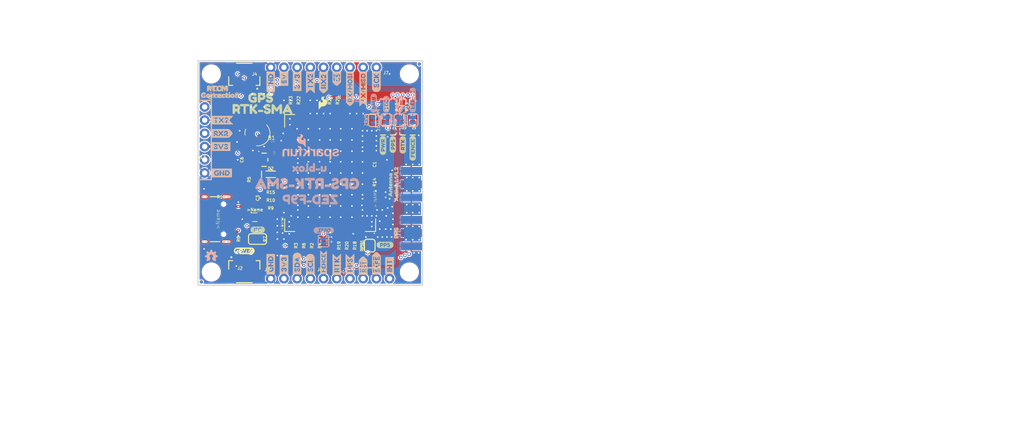
<source format=kicad_pcb>
(kicad_pcb (version 20171130) (host pcbnew "(5.1.6-0-10_14)")
  (layers (0 Top signal) (1 Bottom signal) (2 Route2 signal) (31 Route15 signal) (34 B.Paste user hide) (35 F.Paste user hide) (36 B.SilkS user hide) (37 F.SilkS user hide) (38 B.Mask user hide) (39 F.Mask user hide) (44 Edge.Cuts user hide))
  (net 0 "")
  (net 1 3.3V)
  (net 2 GND)
  (net 3 5V)
  (net 4 /SCL/SCK)
  (net 5 /SDA/~CS)
  (net 6 /TXO/MISO)
  (net 7 "Net-(R3-Pad1)")
  (net 8 /RXI/MOSI)
  (net 9 "Net-(R6-Pad1)")
  (net 10 /BACKUP)
  (net 11 "Net-(JP5-Pad3)")
  (net 12 "Net-(JP5-Pad1)")
  (net 13 "Net-(D1-PadA)")
  (net 14 /PPS_STAT)
  (net 15 "Net-(D2-PadC)")
  (net 16 "Net-(R2-Pad1)")
  (net 17 "Net-(R4-Pad1)")
  (net 18 "Net-(LED2-PadA)")
  (net 19 "Net-(U2-Pad4)")
  (net 20 "Net-(R9-Pad2)")
  (net 21 /D+)
  (net 22 "Net-(R10-Pad2)")
  (net 23 /D-)
  (net 24 "Net-(D3-PadA)")
  (net 25 /RTK_STAT)
  (net 26 "Net-(R12-Pad2)")
  (net 27 "Net-(D4-PadA)")
  (net 28 /FENCE_STAT)
  (net 29 "Net-(C1-Pad1)")
  (net 30 "Net-(R14-Pad2)")
  (net 31 "Net-(E1-PadSIG)")
  (net 32 "Net-(E2-PadSIG)")
  (net 33 "Net-(R18-Pad1)")
  (net 34 "Net-(R20-Pad1)")
  (net 35 "Net-(R19-Pad1)")
  (net 36 "Net-(U3-Pad46)")
  (net 37 "Net-(R23-Pad1)")
  (net 38 "Net-(R22-Pad1)")
  (net 39 "Net-(R24-Pad1)")
  (net 40 "Net-(R25-Pad1)")
  (net 41 "Net-(U3-Pad6)")
  (net 42 "Net-(U3-Pad5)")
  (net 43 "Net-(U3-Pad4)")
  (net 44 "Net-(J5-PadB5)")
  (net 45 "Net-(J5-PadA5)")
  (net 46 "Net-(D6-Pad3)")
  (net 47 "Net-(D6-Pad1)")
  (net 48 /TX2)
  (net 49 /RX2)
  (net 50 /INT)
  (net 51 /~SAFE)
  (net 52 /~RESET)
  (net 53 "Net-(J1-Pad5)")
  (net 54 "Net-(J1-Pad1)")
  (net 55 "Net-(PPS_LED1-Pad1)")
  (net 56 "Net-(PWR1-Pad1)")
  (net 57 "Net-(SPI1-Pad2)")
  (net 58 "Net-(FENCE1-Pad1)")
  (net 59 "Net-(PPS1-Pad1)")
  (module "Qwiic GPS-RTK-SMA - ublox ZED-F9P:STAND-OFF" (layer Top) (at 129.4511 124.0536 90)
    (fp_text reference JP31 hide)
    (fp_text value STAND-OFF hide)
    (pad "" np_thru_hole circle (at 0 0 90) (size 3.302 3.302) (drill 3.302) (layers *.Cu *.Mask))
  )
  (module "Qwiic GPS-RTK-SMA - ublox ZED-F9P:STAND-OFF" (layer Top) (at 129.4511 85.9536 90)
    (fp_text reference JP41 hide)
    (fp_text value STAND-OFF hide)
    (pad "" np_thru_hole circle (at 0 0 90) (size 3.302 3.302) (drill 3.302) (layers *.Cu *.Mask))
  )
  (module "Qwiic GPS-RTK-SMA - ublox ZED-F9P:MICRO-FIDUCIAL" (layer Top) (at 169.4561 84.0486 90)
    (fp_text reference JP21 hide)
    (fp_text value FIDUCIALUFIDUCIAL hide)
    (pad 1 smd roundrect (at 0 0 90) (size 0.635 0.635) (layers Top F.Mask) (roundrect_rratio 0.5))
  )
  (module "Qwiic GPS-RTK-SMA - ublox ZED-F9P:MICRO-FIDUCIAL" (layer Top) (at 127.5461 125.9586 90)
    (fp_text reference JP61 hide)
    (fp_text value FIDUCIALUFIDUCIAL hide)
    (pad 1 smd roundrect (at 0 0 90) (size 0.635 0.635) (layers Top F.Mask) (roundrect_rratio 0.5))
  )
  (module "Qwiic GPS-RTK-SMA - ublox ZED-F9P:JST04_1MM_RA" (layer Top) (at 135.8011 121.5136)
    (fp_text reference J2 (at -1.397 2.159) (layer F.SilkS) (effects (font (size 0.57912 0.57912) (thickness 0.115824)) (justify left bottom)))
    (fp_text value "Qwiic Right Angle" hide)
    (pad 4 smd rect (at 1.5 0) (size 0.6 1.35) (layers Top F.Paste F.Mask) (net 4 /SCL/SCK))
    (pad 3 smd rect (at 0.5 0) (size 0.6 1.35) (layers Top F.Paste F.Mask) (net 5 /SDA/~CS))
    (pad 2 smd rect (at -0.5 0) (size 0.6 1.35) (layers Top F.Paste F.Mask) (net 1 3.3V))
    (pad 1 smd rect (at -1.5 0) (size 0.6 1.35) (layers Top F.Paste F.Mask) (net 2 GND))
    (pad NC1 smd rect (at 2.8 3.675) (size 1.2 2) (layers Top F.Paste F.Mask))
    (pad NC2 smd rect (at -2.8 3.675) (size 1.2 2) (layers Top F.Paste F.Mask))
  )
  (module "Qwiic GPS-RTK-SMA - ublox ZED-F9P:1X04_NO_SILK" (layer Top) (at 140.8811 125.3236)
    (fp_text reference J3 (at -1.27 -1.397) (layer F.SilkS) (effects (font (size 0.57912 0.57912) (thickness 0.115824)) (justify left bottom)))
    (fp_text value PTH hide)
    (pad 4 thru_hole circle (at 7.62 0 90) (size 1.8796 1.8796) (drill 1.016) (layers *.Cu *.Mask) (net 4 /SCL/SCK))
    (pad 3 thru_hole circle (at 5.08 0 90) (size 1.8796 1.8796) (drill 1.016) (layers *.Cu *.Mask) (net 5 /SDA/~CS))
    (pad 2 thru_hole circle (at 2.54 0 90) (size 1.8796 1.8796) (drill 1.016) (layers *.Cu *.Mask) (net 1 3.3V))
    (pad 1 thru_hole circle (at 0 0 90) (size 1.8796 1.8796) (drill 1.016) (layers *.Cu *.Mask) (net 2 GND))
  )
  (module "Qwiic GPS-RTK-SMA - ublox ZED-F9P:JST04_1MM_RA" (layer Top) (at 135.8011 88.4936 180)
    (fp_text reference J4 (at -1.397 2.159) (layer F.SilkS) (effects (font (size 0.57912 0.57912) (thickness 0.115824)) (justify left bottom)))
    (fp_text value "Qwiic Right Angle" hide)
    (pad 4 smd rect (at 1.5 0 180) (size 0.6 1.35) (layers Top F.Paste F.Mask) (net 4 /SCL/SCK))
    (pad 3 smd rect (at 0.5 0 180) (size 0.6 1.35) (layers Top F.Paste F.Mask) (net 5 /SDA/~CS))
    (pad 2 smd rect (at -0.5 0 180) (size 0.6 1.35) (layers Top F.Paste F.Mask) (net 1 3.3V))
    (pad 1 smd rect (at -1.5 0 180) (size 0.6 1.35) (layers Top F.Paste F.Mask) (net 2 GND))
    (pad NC1 smd rect (at 2.8 3.675 180) (size 1.2 2) (layers Top F.Paste F.Mask))
    (pad NC2 smd rect (at -2.8 3.675 180) (size 1.2 2) (layers Top F.Paste F.Mask))
  )
  (module "Qwiic GPS-RTK-SMA - ublox ZED-F9P:OSHW-LOGO-MINI" (layer Route15) (at 129.4511 121.0056 180)
    (fp_text reference LOGO1 hide)
    (fp_text value OSHW-LOGOMINI hide)
  )
  (module "Qwiic GPS-RTK-SMA - ublox ZED-F9P:0603" (layer Top) (at 145.3261 118.9736 270)
    (fp_text reference R3 (at 0 -0.762 90) (layer F.SilkS) (effects (font (size 0.57912 0.57912) (thickness 0.115824)) (justify bottom)))
    (fp_text value 33)
    (pad 2 smd rect (at 0.85 0 270) (size 1.1 1) (layers Top F.Paste F.Mask) (net 6 /TXO/MISO))
    (pad 1 smd rect (at -0.85 0 270) (size 1.1 1) (layers Top F.Paste F.Mask) (net 7 "Net-(R3-Pad1)"))
  )
  (module "Qwiic GPS-RTK-SMA - ublox ZED-F9P:0603" (layer Top) (at 146.8501 118.9736 270)
    (fp_text reference R6 (at 0 -0.762 90) (layer F.SilkS) (effects (font (size 0.57912 0.57912) (thickness 0.115824)) (justify bottom)))
    (fp_text value 33)
    (pad 2 smd rect (at 0.85 0 270) (size 1.1 1) (layers Top F.Paste F.Mask) (net 8 /RXI/MOSI))
    (pad 1 smd rect (at -0.85 0 270) (size 1.1 1) (layers Top F.Paste F.Mask) (net 9 "Net-(R6-Pad1)"))
  )
  (module "Qwiic GPS-RTK-SMA - ublox ZED-F9P:0603" (layer Top) (at 137.9601 109.8296 270)
    (fp_text reference C3 (at 0 -0.762 90) (layer F.SilkS) (effects (font (size 0.57912 0.57912) (thickness 0.115824)) (justify bottom)))
    (fp_text value 1.0uF)
    (pad 2 smd rect (at 0.85 0 270) (size 1.1 1) (layers Top F.Paste F.Mask) (net 2 GND))
    (pad 1 smd rect (at -0.85 0 270) (size 1.1 1) (layers Top F.Paste F.Mask) (net 10 /BACKUP))
  )
  (module "Qwiic GPS-RTK-SMA - ublox ZED-F9P:ML414H_IV01E" (layer Top) (at 138.3411 97.3836 180)
    (fp_text reference B1 (at -1.905006 -1.27) (layer F.SilkS) (effects (font (size 0.7239 0.7239) (thickness 0.108585)) (justify left bottom)))
    (fp_text value 6.8MM_COIN_CELL hide)
    (fp_poly (pts (xy 0.28 -2.68) (xy 2.68 -2.68) (xy 2.68 -0.28)) (layer Top) (width 0))
    (pad + smd rect (at 2.022 -2.032 180) (size 1 1) (layers Top F.Mask) (net 10 /BACKUP))
    (pad - smd rect (at 0.6 1.85 180) (size 4.2 1.7) (layers Top F.Mask) (net 2 GND))
  )
  (module "Qwiic GPS-RTK-SMA - ublox ZED-F9P:0603" (layer Top) (at 140.8811 117.7036 90)
    (fp_text reference R7 (at 0 -0.762 90) (layer F.SilkS) (effects (font (size 0.57912 0.57912) (thickness 0.115824)) (justify bottom)))
    (fp_text value 2.2k)
    (pad 2 smd rect (at 0.85 0 90) (size 1.1 1) (layers Top F.Paste F.Mask) (net 11 "Net-(JP5-Pad3)"))
    (pad 1 smd rect (at -0.85 0 90) (size 1.1 1) (layers Top F.Paste F.Mask) (net 4 /SCL/SCK))
  )
  (module "Qwiic GPS-RTK-SMA - ublox ZED-F9P:0603" (layer Top) (at 135.8011 117.7036 90)
    (fp_text reference R8 (at 0 -0.762 90) (layer F.SilkS) (effects (font (size 0.57912 0.57912) (thickness 0.115824)) (justify bottom)))
    (fp_text value 2.2k)
    (pad 2 smd rect (at 0.85 0 90) (size 1.1 1) (layers Top F.Paste F.Mask) (net 12 "Net-(JP5-Pad1)"))
    (pad 1 smd rect (at -0.85 0 90) (size 1.1 1) (layers Top F.Paste F.Mask) (net 5 /SDA/~CS))
  )
  (module "Qwiic GPS-RTK-SMA - ublox ZED-F9P:SMT-JUMPER_3_2-NC_TRACE_SILK" (layer Top) (at 138.3411 117.7036)
    (fp_text reference JP5 (at 0 -1.143) (layer F.SilkS) (effects (font (size 0.57912 0.57912) (thickness 0.115824)) (justify bottom)))
    (fp_text value JUMPER-SMT_3_2-NC_TRACE_SILK)
    (fp_poly (pts (xy -0.70485 -0.127) (xy 0.70485 -0.127) (xy 0.70485 0.127) (xy -0.70485 0.127)) (layer Top) (width 0))
    (pad 3 smd rect (at 1.0414 0) (size 0.6604 1.27) (layers Top F.Mask) (net 11 "Net-(JP5-Pad3)"))
    (pad 2 smd rect (at 0 0) (size 0.6604 1.27) (layers Top F.Mask) (net 1 3.3V))
    (pad 1 smd rect (at -1.0414 0) (size 0.6604 1.27) (layers Top F.Mask) (net 12 "Net-(JP5-Pad1)"))
  )
  (module "Qwiic GPS-RTK-SMA - ublox ZED-F9P:LED-0603" (layer Top) (at 164.3761 96.1136 270)
    (fp_text reference D1 (at 0 -0.635 90) (layer F.SilkS) (effects (font (size 0.57912 0.57912) (thickness 0.115824)) (justify bottom)))
    (fp_text value Yellow)
    (pad A smd roundrect (at -0.877 0 180) (size 1 1) (layers Top F.Paste F.Mask) (roundrect_rratio 0.15) (net 13 "Net-(D1-PadA)"))
    (pad C smd roundrect (at 0.877 0 180) (size 1 1) (layers Top F.Paste F.Mask) (roundrect_rratio 0.15) (net 2 GND))
  )
  (module "Qwiic GPS-RTK-SMA - ublox ZED-F9P:SMT-JUMPER_2_NC_TRACE_SILK" (layer Route15) (at 163.1061 94.8436 270)
    (fp_text reference PPS_LED1 (at 0 1.143 90) (layer B.SilkS) (effects (font (size 0.57912 0.57912) (thickness 0.115824)) (justify bottom mirror)))
    (fp_text value JUMPER-SMT_2_NC_TRACE_SILK)
    (fp_poly (pts (xy -0.6985 0.127) (xy 0.18415 0.127) (xy 0.18415 -0.127) (xy -0.6985 -0.127)) (layer Route15) (width 0))
    (pad 2 smd rect (at 0.5207 0 270) (size 0.6604 1.27) (layers Route15 B.Mask) (net 14 /PPS_STAT))
    (pad 1 smd rect (at -0.5207 0 270) (size 0.6604 1.27) (layers Route15 B.Mask) (net 55 "Net-(PPS_LED1-Pad1)"))
  )
  (module "Qwiic GPS-RTK-SMA - ublox ZED-F9P:SOD-323" (layer Top) (at 140.8811 105.2576)
    (fp_text reference D2 (at 0 -0.762) (layer F.SilkS) (effects (font (size 0.57912 0.57912) (thickness 0.115824)) (justify bottom)))
    (fp_text value 0.5A/40V/420mV)
    (pad A smd rect (at 1.15 0) (size 0.63 0.83) (layers Top F.Paste F.Mask) (net 1 3.3V))
    (pad C smd rect (at -1.15 0) (size 0.63 0.83) (layers Top F.Paste F.Mask) (net 15 "Net-(D2-PadC)"))
  )
  (module "Qwiic GPS-RTK-SMA - ublox ZED-F9P:0603" (layer Top) (at 137.8331 106.2736 90)
    (fp_text reference R5 (at 0 -0.762 90) (layer F.SilkS) (effects (font (size 0.57912 0.57912) (thickness 0.115824)) (justify bottom)))
    (fp_text value 1k)
    (pad 2 smd rect (at 0.85 0 90) (size 1.1 1) (layers Top F.Paste F.Mask) (net 15 "Net-(D2-PadC)"))
    (pad 1 smd rect (at -0.85 0 90) (size 1.1 1) (layers Top F.Paste F.Mask) (net 10 /BACKUP))
  )
  (module "Qwiic GPS-RTK-SMA - ublox ZED-F9P:0603" (layer Top) (at 164.3761 92.3036 90)
    (fp_text reference R11 (at 0 -0.762 90) (layer F.SilkS) (effects (font (size 0.57912 0.57912) (thickness 0.115824)) (justify bottom)))
    (fp_text value 1k)
    (pad 2 smd rect (at 0.85 0 90) (size 1.1 1) (layers Top F.Paste F.Mask) (net 55 "Net-(PPS_LED1-Pad1)"))
    (pad 1 smd rect (at -0.85 0 90) (size 1.1 1) (layers Top F.Paste F.Mask) (net 13 "Net-(D1-PadA)"))
  )
  (module "Qwiic GPS-RTK-SMA - ublox ZED-F9P:MICRO-FIDUCIAL" (layer Route15) (at 169.4561 84.0486 270)
    (fp_text reference JP71 hide)
    (fp_text value FIDUCIALUFIDUCIAL hide)
    (pad 1 smd roundrect (at 0 0 270) (size 0.635 0.635) (layers Route15 B.Mask) (roundrect_rratio 0.5))
  )
  (module "Qwiic GPS-RTK-SMA - ublox ZED-F9P:MICRO-FIDUCIAL" (layer Route15) (at 127.5461 125.9586 270)
    (fp_text reference JP81 hide)
    (fp_text value FIDUCIALUFIDUCIAL hide)
    (pad 1 smd roundrect (at 0 0 270) (size 0.635 0.635) (layers Route15 B.Mask) (roundrect_rratio 0.5))
  )
  (module "Qwiic GPS-RTK-SMA - ublox ZED-F9P:0603" (layer Top) (at 148.3741 118.9736 270)
    (fp_text reference R2 (at 0 -0.762 90) (layer F.SilkS) (effects (font (size 0.57912 0.57912) (thickness 0.115824)) (justify bottom)))
    (fp_text value 33)
    (pad 2 smd rect (at 0.85 0 270) (size 1.1 1) (layers Top F.Paste F.Mask) (net 5 /SDA/~CS))
    (pad 1 smd rect (at -0.85 0 270) (size 1.1 1) (layers Top F.Paste F.Mask) (net 16 "Net-(R2-Pad1)"))
  )
  (module "Qwiic GPS-RTK-SMA - ublox ZED-F9P:0603" (layer Top) (at 149.8981 118.9736 270)
    (fp_text reference R4 (at 0 -0.762 90) (layer F.SilkS) (effects (font (size 0.57912 0.57912) (thickness 0.115824)) (justify bottom)))
    (fp_text value 33)
    (pad 2 smd rect (at 0.85 0 270) (size 1.1 1) (layers Top F.Paste F.Mask) (net 4 /SCL/SCK))
    (pad 1 smd rect (at -0.85 0 270) (size 1.1 1) (layers Top F.Paste F.Mask) (net 17 "Net-(R4-Pad1)"))
  )
  (module "Qwiic GPS-RTK-SMA - ublox ZED-F9P:STAND-OFF" (layer Top) (at 167.5511 124.0536 90)
    (fp_text reference JP91 hide)
    (fp_text value STAND-OFF hide)
    (pad "" np_thru_hole circle (at 0 0 90) (size 3.302 3.302) (drill 3.302) (layers *.Cu *.Mask))
  )
  (module "Qwiic GPS-RTK-SMA - ublox ZED-F9P:STAND-OFF" (layer Top) (at 167.5511 85.9536 90)
    (fp_text reference JP101 hide)
    (fp_text value STAND-OFF hide)
    (pad "" np_thru_hole circle (at 0 0 90) (size 3.302 3.302) (drill 3.302) (layers *.Cu *.Mask))
  )
  (module "Qwiic GPS-RTK-SMA - ublox ZED-F9P:SDA-[)" (layer Top) (at 145.9611 124.9426 90)
    (fp_text reference U$1 hide)
    (fp_text value "" hide)
  )
  (module "Qwiic GPS-RTK-SMA - ublox ZED-F9P:SCL-[)" (layer Top) (at 148.5011 124.9426 90)
    (fp_text reference U$3 hide)
    (fp_text value "" hide)
  )
  (module "Qwiic GPS-RTK-SMA - ublox ZED-F9P:SDA-[)" (layer Route15) (at 145.9611 124.9426 90)
    (fp_text reference U$4 hide)
    (fp_text value "" hide)
  )
  (module "Qwiic GPS-RTK-SMA - ublox ZED-F9P:SCL-[)" (layer Route15) (at 148.5011 124.9426 90)
    (fp_text reference U$5 hide)
    (fp_text value "" hide)
  )
  (module "Qwiic GPS-RTK-SMA - ublox ZED-F9P:3V3-04" (layer Top) (at 143.4211 124.9426 90)
    (fp_text reference U$6 hide)
    (fp_text value "" hide)
  )
  (module "Qwiic GPS-RTK-SMA - ublox ZED-F9P:3V3-04" (layer Route15) (at 143.4211 124.9426 90)
    (fp_text reference U$7 hide)
    (fp_text value "" hide)
  )
  (module "Qwiic GPS-RTK-SMA - ublox ZED-F9P:GND-04" (layer Top) (at 140.8811 124.9426 90)
    (fp_text reference U$8 hide)
    (fp_text value "" hide)
  )
  (module "Qwiic GPS-RTK-SMA - ublox ZED-F9P:GND-04" (layer Route15) (at 140.8811 124.9426 90)
    (fp_text reference U$9 hide)
    (fp_text value "" hide)
  )
  (module "Qwiic GPS-RTK-SMA - ublox ZED-F9P:I_SUPER2_C-()-03" (layer Top) (at 136.9441 115.9256)
    (fp_text reference U$10 hide)
    (fp_text value "" hide)
  )
  (module "Qwiic GPS-RTK-SMA - ublox ZED-F9P:INT8" (layer Top) (at 163.7411 124.9426 90)
    (fp_text reference U$15 hide)
    (fp_text value "" hide)
  )
  (module "Qwiic GPS-RTK-SMA - ublox ZED-F9P:INT8" (layer Route15) (at 163.7411 124.9426 90)
    (fp_text reference U$16 hide)
    (fp_text value "" hide)
  )
  (module "Qwiic GPS-RTK-SMA - ublox ZED-F9P:U#BLOX3" (layer Route15) (at 153.0731 103.9876 180)
    (fp_text reference U$22 hide)
    (fp_text value "" hide)
  )
  (module "Qwiic GPS-RTK-SMA - ublox ZED-F9P:#RST3" (layer Top) (at 158.6611 125.1966 90)
    (fp_text reference U$35 hide)
    (fp_text value "" hide)
  )
  (module "Qwiic GPS-RTK-SMA - ublox ZED-F9P:#RST3" (layer Route15) (at 158.6611 125.1966 90)
    (fp_text reference U$36 hide)
    (fp_text value "" hide)
  )
  (module "Qwiic GPS-RTK-SMA - ublox ZED-F9P:#SAFE1" (layer Top) (at 161.2011 125.1966 90)
    (fp_text reference U$39 hide)
    (fp_text value "" hide)
  )
  (module "Qwiic GPS-RTK-SMA - ublox ZED-F9P:#SAFE1" (layer Route15) (at 161.2011 125.1966 90)
    (fp_text reference U$40 hide)
    (fp_text value "" hide)
  )
  (module "Qwiic GPS-RTK-SMA - ublox ZED-F9P:PPS5" (layer Top) (at 156.1211 124.9426 90)
    (fp_text reference U$43 hide)
    (fp_text value "" hide)
  )
  (module "Qwiic GPS-RTK-SMA - ublox ZED-F9P:PPS5" (layer Route15) (at 156.1211 124.9426 90)
    (fp_text reference U$44 hide)
    (fp_text value "" hide)
  )
  (module "Qwiic GPS-RTK-SMA - ublox ZED-F9P:PPS0" (layer Top) (at 164.3761 101.1936 90)
    (fp_text reference U$52 hide)
    (fp_text value "" hide)
  )
  (module "Qwiic GPS-RTK-SMA - ublox ZED-F9P:0603" (layer Top) (at 142.1511 99.9236)
    (fp_text reference C4 (at -0.889 -0.762) (layer F.SilkS) (effects (font (size 0.38608 0.38608) (thickness 0.030886)) (justify bottom)))
    (fp_text value 1.0uF)
    (pad 2 smd rect (at 0.85 0) (size 1.1 1) (layers Top F.Paste F.Mask) (net 2 GND))
    (pad 1 smd rect (at -0.85 0) (size 1.1 1) (layers Top F.Paste F.Mask) (net 1 3.3V))
  )
  (module "Qwiic GPS-RTK-SMA - ublox ZED-F9P:0603" (layer Top) (at 142.7861 102.4636 270)
    (fp_text reference C5 (at -0.889 -0.762 90) (layer F.SilkS) (effects (font (size 0.38608 0.38608) (thickness 0.030886)) (justify bottom)))
    (fp_text value 0.1uF)
    (pad 2 smd rect (at 0.85 0 270) (size 1.1 1) (layers Top F.Paste F.Mask) (net 1 3.3V))
    (pad 1 smd rect (at -0.85 0 270) (size 1.1 1) (layers Top F.Paste F.Mask) (net 2 GND))
  )
  (module "Qwiic GPS-RTK-SMA - ublox ZED-F9P:LED-0603" (layer Top) (at 162.4711 96.1136 270)
    (fp_text reference LED2 (at -0.6985 0.889) (layer F.SilkS) (effects (font (size 0.38608 0.38608) (thickness 0.030886)) (justify bottom)))
    (fp_text value RED)
    (pad A smd roundrect (at -0.877 0 180) (size 1 1) (layers Top F.Paste F.Mask) (roundrect_rratio 0.15) (net 18 "Net-(LED2-PadA)"))
    (pad C smd roundrect (at 0.877 0 180) (size 1 1) (layers Top F.Paste F.Mask) (roundrect_rratio 0.15) (net 2 GND))
  )
  (module "Qwiic GPS-RTK-SMA - ublox ZED-F9P:0603" (layer Top) (at 162.4711 92.3036 90)
    (fp_text reference R1 (at -0.889 -0.762 90) (layer F.SilkS) (effects (font (size 0.38608 0.38608) (thickness 0.030886)) (justify bottom)))
    (fp_text value 1k)
    (pad 2 smd rect (at 0.85 0 90) (size 1.1 1) (layers Top F.Paste F.Mask) (net 56 "Net-(PWR1-Pad1)"))
    (pad 1 smd rect (at -0.85 0 90) (size 1.1 1) (layers Top F.Paste F.Mask) (net 18 "Net-(LED2-PadA)"))
  )
  (module "Qwiic GPS-RTK-SMA - ublox ZED-F9P:SOT23-5" (layer Top) (at 139.6111 102.4636 270)
    (fp_text reference U2 (at -0.889 -2.159 90) (layer F.SilkS) (effects (font (size 0.38608 0.38608) (thickness 0.030886)) (justify left bottom)))
    (fp_text value 3.3V)
    (pad 5 smd rect (at -0.95 -1.3001 270) (size 0.55 1.2) (layers Top F.Paste F.Mask) (net 1 3.3V))
    (pad 4 smd rect (at 0.95 -1.3001 270) (size 0.55 1.2) (layers Top F.Paste F.Mask) (net 19 "Net-(U2-Pad4)"))
    (pad 3 smd rect (at 0.95 1.3001 270) (size 0.55 1.2) (layers Top F.Paste F.Mask) (net 3 5V))
    (pad 2 smd rect (at 0 1.3001 270) (size 0.55 1.2) (layers Top F.Paste F.Mask) (net 2 GND))
    (pad 1 smd rect (at -0.95 1.3001 270) (size 0.55 1.2) (layers Top F.Paste F.Mask) (net 3 5V))
  )
  (module "Qwiic GPS-RTK-SMA - ublox ZED-F9P:0603" (layer Top) (at 136.4361 102.4636 90)
    (fp_text reference C6 (at 0 -0.762 90) (layer F.SilkS) (effects (font (size 0.57912 0.57912) (thickness 0.115824)) (justify bottom)))
    (fp_text value 1.0uF)
    (pad 2 smd rect (at 0.85 0 90) (size 1.1 1) (layers Top F.Paste F.Mask) (net 2 GND))
    (pad 1 smd rect (at -0.85 0 90) (size 1.1 1) (layers Top F.Paste F.Mask) (net 3 5V))
  )
  (module "Qwiic GPS-RTK-SMA - ublox ZED-F9P:0603" (layer Top) (at 140.8811 112.8776)
    (fp_text reference R9 (at 0 -0.762) (layer F.SilkS) (effects (font (size 0.57912 0.57912) (thickness 0.115824)) (justify bottom)))
    (fp_text value 27)
    (pad 2 smd rect (at 0.85 0) (size 1.1 1) (layers Top F.Paste F.Mask) (net 20 "Net-(R9-Pad2)"))
    (pad 1 smd rect (at -0.85 0) (size 1.1 1) (layers Top F.Paste F.Mask) (net 21 /D+))
  )
  (module "Qwiic GPS-RTK-SMA - ublox ZED-F9P:0603" (layer Top) (at 140.8811 111.3536)
    (fp_text reference R10 (at 0 -0.762) (layer F.SilkS) (effects (font (size 0.57912 0.57912) (thickness 0.115824)) (justify bottom)))
    (fp_text value 27)
    (pad 2 smd rect (at 0.85 0) (size 1.1 1) (layers Top F.Paste F.Mask) (net 22 "Net-(R10-Pad2)"))
    (pad 1 smd rect (at -0.85 0) (size 1.1 1) (layers Top F.Paste F.Mask) (net 23 /D-))
  )
  (module "Qwiic GPS-RTK-SMA - ublox ZED-F9P:SMT-JUMPER_2_NO_SILK" (layer Route15) (at 151.0411 118.0846 90)
    (fp_text reference SPI1 (at 0 1.143 90) (layer B.SilkS) (effects (font (size 0.57912 0.57912) (thickness 0.115824)) (justify bottom mirror)))
    (fp_text value JUMPER-SMT_2_NO_SILK)
    (pad 2 smd rect (at 0.4064 0 90) (size 0.635 1.27) (layers Route15 B.Mask) (net 57 "Net-(SPI1-Pad2)"))
    (pad 1 smd rect (at -0.4064 0 90) (size 0.635 1.27) (layers Route15 B.Mask) (net 2 GND))
  )
  (module "Qwiic GPS-RTK-SMA - ublox ZED-F9P:LED-0603" (layer Top) (at 166.2811 96.1136 270)
    (fp_text reference D3 (at 0 -0.635 90) (layer F.SilkS) (effects (font (size 0.57912 0.57912) (thickness 0.115824)) (justify bottom)))
    (fp_text value GREEN)
    (pad A smd roundrect (at -0.877 0 180) (size 1 1) (layers Top F.Paste F.Mask) (roundrect_rratio 0.15) (net 24 "Net-(D3-PadA)"))
    (pad C smd roundrect (at 0.877 0 180) (size 1 1) (layers Top F.Paste F.Mask) (roundrect_rratio 0.15) (net 2 GND))
  )
  (module "Qwiic GPS-RTK-SMA - ublox ZED-F9P:SMT-JUMPER_2_NC_TRACE_SILK" (layer Route15) (at 165.6461 94.8436 270)
    (fp_text reference RTK1 (at 0 1.143 90) (layer B.SilkS) (effects (font (size 0.57912 0.57912) (thickness 0.115824)) (justify bottom mirror)))
    (fp_text value JUMPER-SMT_2_NC_TRACE_SILK)
    (fp_poly (pts (xy -0.6985 0.127) (xy 0.18415 0.127) (xy 0.18415 -0.127) (xy -0.6985 -0.127)) (layer Route15) (width 0))
    (pad 2 smd rect (at 0.5207 0 270) (size 0.6604 1.27) (layers Route15 B.Mask) (net 25 /RTK_STAT))
    (pad 1 smd rect (at -0.5207 0 270) (size 0.6604 1.27) (layers Route15 B.Mask) (net 26 "Net-(R12-Pad2)"))
  )
  (module "Qwiic GPS-RTK-SMA - ublox ZED-F9P:0603" (layer Top) (at 166.2811 92.3036 90)
    (fp_text reference R12 (at 0 -0.762 90) (layer F.SilkS) (effects (font (size 0.57912 0.57912) (thickness 0.115824)) (justify bottom)))
    (fp_text value 1k)
    (pad 2 smd rect (at 0.85 0 90) (size 1.1 1) (layers Top F.Paste F.Mask) (net 26 "Net-(R12-Pad2)"))
    (pad 1 smd rect (at -0.85 0 90) (size 1.1 1) (layers Top F.Paste F.Mask) (net 24 "Net-(D3-PadA)"))
  )
  (module "Qwiic GPS-RTK-SMA - ublox ZED-F9P:LED-0603" (layer Top) (at 168.1861 96.1136 270)
    (fp_text reference D4 (at 0 -0.635 90) (layer F.SilkS) (effects (font (size 0.57912 0.57912) (thickness 0.115824)) (justify bottom)))
    (fp_text value BLUE)
    (pad A smd roundrect (at -0.877 0 180) (size 1 1) (layers Top F.Paste F.Mask) (roundrect_rratio 0.15) (net 27 "Net-(D4-PadA)"))
    (pad C smd roundrect (at 0.877 0 180) (size 1 1) (layers Top F.Paste F.Mask) (roundrect_rratio 0.15) (net 2 GND))
  )
  (module "Qwiic GPS-RTK-SMA - ublox ZED-F9P:SMT-JUMPER_2_NC_TRACE_SILK" (layer Route15) (at 168.1861 94.8436 270)
    (fp_text reference FENCE1 (at 0 1.143 90) (layer B.SilkS) (effects (font (size 0.57912 0.57912) (thickness 0.115824)) (justify bottom mirror)))
    (fp_text value JUMPER-SMT_2_NC_TRACE_SILK)
    (fp_poly (pts (xy -0.6985 0.127) (xy 0.18415 0.127) (xy 0.18415 -0.127) (xy -0.6985 -0.127)) (layer Route15) (width 0))
    (pad 2 smd rect (at 0.5207 0 270) (size 0.6604 1.27) (layers Route15 B.Mask) (net 28 /FENCE_STAT))
    (pad 1 smd rect (at -0.5207 0 270) (size 0.6604 1.27) (layers Route15 B.Mask) (net 58 "Net-(FENCE1-Pad1)"))
  )
  (module "Qwiic GPS-RTK-SMA - ublox ZED-F9P:0603" (layer Top) (at 168.1861 92.3036 90)
    (fp_text reference R13 (at 0 -0.762 90) (layer F.SilkS) (effects (font (size 0.57912 0.57912) (thickness 0.115824)) (justify bottom)))
    (fp_text value 1k)
    (pad 2 smd rect (at 0.85 0 90) (size 1.1 1) (layers Top F.Paste F.Mask) (net 58 "Net-(FENCE1-Pad1)"))
    (pad 1 smd rect (at -0.85 0 90) (size 1.1 1) (layers Top F.Paste F.Mask) (net 27 "Net-(D4-PadA)"))
  )
  (module "Qwiic GPS-RTK-SMA - ublox ZED-F9P:0402" (layer Top) (at 161.9631 103.3526 90)
    (fp_text reference C1 (at 0 -0.762 90) (layer F.SilkS) (effects (font (size 0.57912 0.57912) (thickness 0.115824)) (justify bottom)))
    (fp_text value 47pF)
    (pad 2 smd rect (at 0.58 0 90) (size 0.85 0.9) (layers Top F.Paste F.Mask) (net 2 GND))
    (pad 1 smd rect (at -0.58 0 90) (size 0.85 0.9) (layers Top F.Paste F.Mask) (net 29 "Net-(C1-Pad1)"))
  )
  (module "Qwiic GPS-RTK-SMA - ublox ZED-F9P:0603" (layer Top) (at 161.9631 106.7816 90)
    (fp_text reference R14 (at 0 -0.762 90) (layer F.SilkS) (effects (font (size 0.57912 0.57912) (thickness 0.115824)) (justify bottom)))
    (fp_text value 33)
    (pad 2 smd rect (at 0.85 0 90) (size 1.1 1) (layers Top F.Paste F.Mask) (net 30 "Net-(R14-Pad2)"))
    (pad 1 smd rect (at -0.85 0 90) (size 1.1 1) (layers Top F.Paste F.Mask) (net 29 "Net-(C1-Pad1)"))
  )
  (module "Qwiic GPS-RTK-SMA - ublox ZED-F9P:0603" (layer Top) (at 140.8811 109.8296)
    (fp_text reference R15 (at 0 -0.762) (layer F.SilkS) (effects (font (size 0.57912 0.57912) (thickness 0.115824)) (justify bottom)))
    (fp_text value 100k)
    (pad 2 smd rect (at 0.85 0) (size 1.1 1) (layers Top F.Paste F.Mask) (net 1 3.3V))
    (pad 1 smd rect (at -0.85 0) (size 1.1 1) (layers Top F.Paste F.Mask) (net 2 GND))
  )
  (module "Qwiic GPS-RTK-SMA - ublox ZED-F9P:0402_MURATA" (layer Top) (at 161.9631 110.4646 90)
    (fp_text reference FB1 hide)
    (fp_text value 120NH hide)
    (fp_text user "> NAME" (at -1.27 -0.635 90) (layer F.SilkS) (effects (font (size 0.57912 0.57912) (thickness 0.048768)) (justify left bottom)))
    (pad P2 smd rect (at 0.4 0 90) (size 0.4 0.7) (layers Top F.Paste F.Mask) (net 29 "Net-(C1-Pad1)"))
    (pad P1 smd rect (at -0.4 0 90) (size 0.4 0.7) (layers Top F.Paste F.Mask) (net 31 "Net-(E1-PadSIG)"))
  )
  (module "Qwiic GPS-RTK-SMA - ublox ZED-F9P:FENCE2" (layer Top) (at 168.1861 102.7176 90)
    (fp_text reference U$11 hide)
    (fp_text value "" hide)
  )
  (module "Qwiic GPS-RTK-SMA - ublox ZED-F9P:RTK1" (layer Top) (at 166.2811 101.3206 90)
    (fp_text reference U$13 hide)
    (fp_text value "" hide)
  )
  (module "Qwiic GPS-RTK-SMA - ublox ZED-F9P:FENCE0" (layer Top) (at 151.0411 124.8156 90)
    (fp_text reference U$14 hide)
    (fp_text value "" hide)
  )
  (module "Qwiic GPS-RTK-SMA - ublox ZED-F9P:FENCE0" (layer Route15) (at 151.0411 124.8156 90)
    (fp_text reference U$17 hide)
    (fp_text value "" hide)
  )
  (module "Qwiic GPS-RTK-SMA - ublox ZED-F9P:RTK1" (layer Route15) (at 153.5811 125.0696 90)
    (fp_text reference U$28 hide)
    (fp_text value "" hide)
  )
  (module "Qwiic GPS-RTK-SMA - ublox ZED-F9P:RTK1" (layer Top) (at 153.5811 125.0696 90)
    (fp_text reference U$29 hide)
    (fp_text value "" hide)
  )
  (module "Qwiic GPS-RTK-SMA - ublox ZED-F9P:3V3-04" (layer Route15) (at 145.9611 89.7636 90)
    (fp_text reference U$60 hide)
    (fp_text value "" hide)
  )
  (module "Qwiic GPS-RTK-SMA - ublox ZED-F9P:3V3-04" (layer Top) (at 145.9611 89.7636 90)
    (fp_text reference U$61 hide)
    (fp_text value "" hide)
  )
  (module "Qwiic GPS-RTK-SMA - ublox ZED-F9P:GND-04" (layer Route15) (at 140.8811 89.8906 90)
    (fp_text reference U$62 hide)
    (fp_text value "" hide)
  )
  (module "Qwiic GPS-RTK-SMA - ublox ZED-F9P:GND-04" (layer Top) (at 140.8811 89.8906 90)
    (fp_text reference U$63 hide)
    (fp_text value "" hide)
  )
  (module "Qwiic GPS-RTK-SMA - ublox ZED-F9P:DSEL0" (layer Route15) (at 153.0731 116.0526 180)
    (fp_text reference U$27 hide)
    (fp_text value "" hide)
  )
  (module "Qwiic GPS-RTK-SMA - ublox ZED-F9P:PWR-()-03" (layer Top) (at 162.4711 101.5746 90)
    (fp_text reference U$18 hide)
    (fp_text value "" hide)
  )
  (module "Qwiic GPS-RTK-SMA - ublox ZED-F9P:5V" (layer Top) (at 143.4211 88.7476 90)
    (fp_text reference U$19 hide)
    (fp_text value "" hide)
  )
  (module "Qwiic GPS-RTK-SMA - ublox ZED-F9P:5V" (layer Route15) (at 143.4211 88.7476 90)
    (fp_text reference U$20 hide)
    (fp_text value "" hide)
  )
  (module "Qwiic GPS-RTK-SMA - ublox ZED-F9P:CS#-_]" (layer Top) (at 153.5811 88.4936 90)
    (fp_text reference U$23 hide)
    (fp_text value "" hide)
  )
  (module "Qwiic GPS-RTK-SMA - ublox ZED-F9P:CS#-_]" (layer Route15) (at 153.5811 88.4936 90)
    (fp_text reference U$24 hide)
    (fp_text value "" hide)
  )
  (module "Qwiic GPS-RTK-SMA - ublox ZED-F9P:SCK-(]-04" (layer Top) (at 161.2011 89.5096 90)
    (fp_text reference U$38 hide)
    (fp_text value "" hide)
  )
  (module "Qwiic GPS-RTK-SMA - ublox ZED-F9P:SCK-(]-04" (layer Route15) (at 161.2011 89.5096 90)
    (fp_text reference U$41 hide)
    (fp_text value "" hide)
  )
  (module "Qwiic GPS-RTK-SMA - ublox ZED-F9P:SFE_LOGO_FLAME_.1" (layer Top) (at 150.9141 91.5416)
    (fp_text reference U$33 hide)
    (fp_text value "" hide)
  )
  (module "Qwiic GPS-RTK-SMA - ublox ZED-F9P:RX#MOSI3" (layer Route15) (at 156.1211 92.1766 90)
    (fp_text reference U$31 hide)
    (fp_text value "" hide)
  )
  (module "Qwiic GPS-RTK-SMA - ublox ZED-F9P:TX#MISO1" (layer Route15) (at 158.6611 92.3036 90)
    (fp_text reference U$37 hide)
    (fp_text value "" hide)
  )
  (module "Qwiic GPS-RTK-SMA - ublox ZED-F9P:SFE_LOGO_NAME_FLAME_.1" (layer Route15) (at 148.5011 101.1936 180)
    (fp_text reference LOGO2 hide)
    (fp_text value SFE_LOGO_NAME_FLAME.1_INCH hide)
  )
  (module "Qwiic GPS-RTK-SMA - ublox ZED-F9P:ZED-F9P" (layer Top) (at 152.3111 105.0036 90)
    (fp_text reference U3 hide)
    (fp_text value ZED-F9P hide)
    (fp_text user >Name (at -11 -9 90) (layer F.SilkS) (effects (font (size 0.4826 0.4826) (thickness 0.04064)) (justify left bottom)))
    (pad 102 smd rect (at 7.35 1.05 270) (size 1.1 1.1) (layers Top F.Mask) (net 2 GND))
    (pad 101 smd rect (at 5.25 1.05 270) (size 1.1 1.1) (layers Top F.Mask) (net 2 GND))
    (pad 100 smd rect (at 3.15 1.05 270) (size 1.1 1.1) (layers Top F.Mask) (net 2 GND))
    (pad 99 smd rect (at 1.05 1.05 270) (size 1.1 1.1) (layers Top F.Mask) (net 2 GND))
    (pad 98 smd rect (at 7.35 3.1 270) (size 1.1 1.1) (layers Top F.Mask) (net 2 GND))
    (pad 97 smd rect (at 5.25 3.1 270) (size 1.1 1.1) (layers Top F.Mask) (net 2 GND))
    (pad 96 smd rect (at 3.15 3.1 270) (size 1.1 1.1) (layers Top F.Mask) (net 2 GND))
    (pad 95 smd rect (at 1.05 3.1 270) (size 1.1 1.1) (layers Top F.Mask) (net 2 GND))
    (pad 94 smd rect (at 7.35 5.15 270) (size 1.1 1.1) (layers Top F.Mask) (net 2 GND))
    (pad 93 smd rect (at 5.25 5.15 270) (size 1.1 1.1) (layers Top F.Mask) (net 2 GND))
    (pad 92 smd rect (at 3.15 5.15 270) (size 1.1 1.1) (layers Top F.Mask) (net 2 GND))
    (pad 91 smd rect (at 1.05 5.15 270) (size 1.1 1.1) (layers Top F.Mask) (net 2 GND))
    (pad 90 smd rect (at 7.35 -5.15 270) (size 1.1 1.1) (layers Top F.Mask) (net 2 GND))
    (pad 89 smd rect (at 5.25 -5.15 270) (size 1.1 1.1) (layers Top F.Mask) (net 2 GND))
    (pad 88 smd rect (at 3.15 -5.15 270) (size 1.1 1.1) (layers Top F.Mask) (net 2 GND))
    (pad 87 smd rect (at 1.05 -5.15 270) (size 1.1 1.1) (layers Top F.Mask) (net 2 GND))
    (pad 86 smd rect (at 7.35 -3.1 270) (size 1.1 1.1) (layers Top F.Mask) (net 2 GND))
    (pad 85 smd rect (at 5.25 -3.1 270) (size 1.1 1.1) (layers Top F.Mask) (net 2 GND))
    (pad 84 smd rect (at 3.15 -3.1 270) (size 1.1 1.1) (layers Top F.Mask) (net 2 GND))
    (pad 83 smd rect (at 1.05 -3.1 270) (size 1.1 1.1) (layers Top F.Mask) (net 2 GND))
    (pad 82 smd rect (at 7.35 -1.05 270) (size 1.1 1.1) (layers Top F.Mask) (net 2 GND))
    (pad 81 smd rect (at 5.25 -1.05 270) (size 1.1 1.1) (layers Top F.Mask) (net 2 GND))
    (pad 80 smd rect (at 3.15 -1.05 270) (size 1.1 1.1) (layers Top F.Mask) (net 2 GND))
    (pad 79 smd rect (at 1.05 -1.05 270) (size 1.1 1.1) (layers Top F.Mask) (net 2 GND))
    (pad 78 smd rect (at -7.35 -1.05 90) (size 1.1 1.1) (layers Top F.Mask) (net 2 GND))
    (pad 77 smd rect (at -5.25 -1.05 90) (size 1.1 1.1) (layers Top F.Mask) (net 2 GND))
    (pad 76 smd rect (at -3.15 -1.05 90) (size 1.1 1.1) (layers Top F.Mask) (net 2 GND))
    (pad 75 smd rect (at -1.05 -1.05 90) (size 1.1 1.1) (layers Top F.Mask) (net 2 GND))
    (pad 74 smd rect (at -7.35 -3.1 90) (size 1.1 1.1) (layers Top F.Mask) (net 2 GND))
    (pad 73 smd rect (at -5.25 -3.1 90) (size 1.1 1.1) (layers Top F.Mask) (net 2 GND))
    (pad 72 smd rect (at -3.15 -3.1 90) (size 1.1 1.1) (layers Top F.Mask) (net 2 GND))
    (pad 71 smd rect (at -1.05 -3.1 90) (size 1.1 1.1) (layers Top F.Mask) (net 2 GND))
    (pad 70 smd rect (at -7.35 -5.15 90) (size 1.1 1.1) (layers Top F.Mask) (net 2 GND))
    (pad 69 smd rect (at -5.25 -5.15 90) (size 1.1 1.1) (layers Top F.Mask) (net 2 GND))
    (pad 68 smd rect (at -3.15 -5.15 90) (size 1.1 1.1) (layers Top F.Mask) (net 2 GND))
    (pad 67 smd rect (at -1.05 -5.15 90) (size 1.1 1.1) (layers Top F.Mask) (net 2 GND))
    (pad 66 smd rect (at -7.35 5.15 90) (size 1.1 1.1) (layers Top F.Mask) (net 2 GND))
    (pad 65 smd rect (at -5.25 5.15 90) (size 1.1 1.1) (layers Top F.Mask) (net 2 GND))
    (pad 64 smd rect (at -3.15 5.15 90) (size 1.1 1.1) (layers Top F.Mask) (net 2 GND))
    (pad 63 smd rect (at -1.05 5.15 90) (size 1.1 1.1) (layers Top F.Mask) (net 2 GND))
    (pad 62 smd rect (at -7.35 3.1 90) (size 1.1 1.1) (layers Top F.Mask) (net 2 GND))
    (pad 61 smd rect (at -5.25 3.1 90) (size 1.1 1.1) (layers Top F.Mask) (net 2 GND))
    (pad 60 smd rect (at -3.15 3.1 90) (size 1.1 1.1) (layers Top F.Mask) (net 2 GND))
    (pad 59 smd rect (at -1.05 3.1 90) (size 1.1 1.1) (layers Top F.Mask) (net 2 GND))
    (pad 58 smd rect (at -7.35 1.05 90) (size 1.1 1.1) (layers Top F.Mask) (net 2 GND))
    (pad 57 smd rect (at -5.25 1.05 90) (size 1.1 1.1) (layers Top F.Mask) (net 2 GND))
    (pad 56 smd rect (at -3.15 1.05 90) (size 1.1 1.1) (layers Top F.Mask) (net 2 GND))
    (pad 55 smd rect (at -1.05 1.05 90) (size 1.1 1.1) (layers Top F.Mask) (net 2 GND))
    (pad 54 smd rect (at -9.95 6.6 270) (size 1.52 0.85) (layers Top F.Paste F.Mask))
    (pad 53 smd rect (at -9.95 5.5 270) (size 1.52 0.85) (layers Top F.Paste F.Mask) (net 32 "Net-(E2-PadSIG)"))
    (pad 52 smd rect (at -9.95 4.4 270) (size 1.52 0.85) (layers Top F.Paste F.Mask))
    (pad 51 smd rect (at -9.95 3.3 270) (size 1.52 0.85) (layers Top F.Paste F.Mask) (net 33 "Net-(R18-Pad1)"))
    (pad 50 smd rect (at -9.95 2.2 270) (size 1.52 0.85) (layers Top F.Paste F.Mask) (net 34 "Net-(R20-Pad1)"))
    (pad 49 smd rect (at -9.95 1.1 270) (size 1.52 0.85) (layers Top F.Paste F.Mask) (net 35 "Net-(R19-Pad1)"))
    (pad 48 smd rect (at -9.95 0 270) (size 1.52 0.85) (layers Top F.Paste F.Mask) (net 2 GND))
    (pad 47 smd rect (at -9.95 -1.1 270) (size 1.52 0.85) (layers Top F.Paste F.Mask) (net 57 "Net-(SPI1-Pad2)"))
    (pad 46 smd rect (at -9.95 -2.2 270) (size 1.52 0.85) (layers Top F.Paste F.Mask) (net 36 "Net-(U3-Pad46)"))
    (pad 45 smd rect (at -9.95 -3.3 270) (size 1.52 0.85) (layers Top F.Paste F.Mask) (net 17 "Net-(R4-Pad1)"))
    (pad 44 smd rect (at -9.95 -4.4 270) (size 1.52 0.85) (layers Top F.Paste F.Mask) (net 16 "Net-(R2-Pad1)"))
    (pad 43 smd rect (at -9.95 -5.5 270) (size 1.52 0.85) (layers Top F.Paste F.Mask) (net 9 "Net-(R6-Pad1)"))
    (pad 42 smd rect (at -9.95 -6.6 270) (size 1.52 0.85) (layers Top F.Paste F.Mask) (net 7 "Net-(R3-Pad1)"))
    (pad 41 smd rect (at -7.15 -7.45) (size 1.52 0.85) (layers Top F.Paste F.Mask) (net 2 GND))
    (pad 40 smd rect (at -6.05 -7.45) (size 1.52 0.85) (layers Top F.Paste F.Mask) (net 20 "Net-(R9-Pad2)"))
    (pad 39 smd rect (at -4.95 -7.45) (size 1.52 0.85) (layers Top F.Paste F.Mask) (net 22 "Net-(R10-Pad2)"))
    (pad 38 smd rect (at -3.85 -7.45) (size 1.52 0.85) (layers Top F.Paste F.Mask) (net 1 3.3V))
    (pad 37 smd rect (at -2.75 -7.45) (size 1.52 0.85) (layers Top F.Paste F.Mask) (net 2 GND))
    (pad 36 smd rect (at -1.65 -7.45) (size 1.52 0.85) (layers Top F.Paste F.Mask) (net 10 /BACKUP))
    (pad 35 smd rect (at -0.55 -7.45) (size 1.52 0.85) (layers Top F.Paste F.Mask))
    (pad 34 smd rect (at 0.55 -7.45) (size 1.52 0.85) (layers Top F.Paste F.Mask) (net 1 3.3V))
    (pad 33 smd rect (at 1.65 -7.45) (size 1.52 0.85) (layers Top F.Paste F.Mask) (net 1 3.3V))
    (pad 32 smd rect (at 2.75 -7.45) (size 1.52 0.85) (layers Top F.Paste F.Mask) (net 2 GND))
    (pad 31 smd rect (at 3.85 -7.45) (size 1.52 0.85) (layers Top F.Paste F.Mask))
    (pad 30 smd rect (at 4.95 -7.45) (size 1.52 0.85) (layers Top F.Paste F.Mask))
    (pad 29 smd rect (at 6.05 -7.45) (size 1.52 0.85) (layers Top F.Paste F.Mask))
    (pad 28 smd rect (at 7.15 -7.45) (size 1.52 0.85) (layers Top F.Paste F.Mask))
    (pad 27 smd rect (at 9.95 -6.6 90) (size 1.52 0.85) (layers Top F.Paste F.Mask) (net 37 "Net-(R23-Pad1)"))
    (pad 26 smd rect (at 9.95 -5.5 90) (size 1.52 0.85) (layers Top F.Paste F.Mask) (net 38 "Net-(R22-Pad1)"))
    (pad 25 smd rect (at 9.95 -4.4 90) (size 1.52 0.85) (layers Top F.Paste F.Mask))
    (pad 24 smd rect (at 9.95 -3.3 90) (size 1.52 0.85) (layers Top F.Paste F.Mask))
    (pad 23 smd rect (at 9.95 -2.2 90) (size 1.52 0.85) (layers Top F.Paste F.Mask))
    (pad 22 smd rect (at 9.95 -1.1 90) (size 1.52 0.85) (layers Top F.Paste F.Mask))
    (pad 21 smd rect (at 9.95 0 90) (size 1.52 0.85) (layers Top F.Paste F.Mask))
    (pad 20 smd rect (at 9.95 1.1 90) (size 1.52 0.85) (layers Top F.Paste F.Mask) (net 39 "Net-(R24-Pad1)"))
    (pad 19 smd rect (at 9.95 2.2 90) (size 1.52 0.85) (layers Top F.Paste F.Mask) (net 40 "Net-(R25-Pad1)"))
    (pad 18 smd rect (at 9.95 3.3 90) (size 1.52 0.85) (layers Top F.Paste F.Mask))
    (pad 17 smd rect (at 9.95 4.4 90) (size 1.52 0.85) (layers Top F.Paste F.Mask))
    (pad 16 smd rect (at 9.95 5.5 90) (size 1.52 0.85) (layers Top F.Paste F.Mask))
    (pad 15 smd rect (at 9.95 6.6 90) (size 1.52 0.85) (layers Top F.Paste F.Mask))
    (pad 14 smd rect (at 7.15 7.45 180) (size 1.52 0.85) (layers Top F.Paste F.Mask) (net 2 GND))
    (pad 13 smd rect (at 6.05 7.45 180) (size 1.52 0.85) (layers Top F.Paste F.Mask))
    (pad 12 smd rect (at 4.95 7.45 180) (size 1.52 0.85) (layers Top F.Paste F.Mask) (net 2 GND))
    (pad 11 smd rect (at 3.85 7.45 180) (size 1.52 0.85) (layers Top F.Paste F.Mask))
    (pad 10 smd rect (at 2.75 7.45 180) (size 1.52 0.85) (layers Top F.Paste F.Mask))
    (pad 9 smd rect (at 1.65 7.45 180) (size 1.52 0.85) (layers Top F.Paste F.Mask))
    (pad 8 smd rect (at 0.55 7.45 180) (size 1.52 0.85) (layers Top F.Paste F.Mask))
    (pad 7 smd rect (at -0.55 7.45 180) (size 1.52 0.85) (layers Top F.Paste F.Mask) (net 30 "Net-(R14-Pad2)"))
    (pad 6 smd rect (at -1.65 7.45 180) (size 1.52 0.85) (layers Top F.Paste F.Mask) (net 41 "Net-(U3-Pad6)"))
    (pad 5 smd rect (at -2.75 7.45 180) (size 1.52 0.85) (layers Top F.Paste F.Mask) (net 42 "Net-(U3-Pad5)"))
    (pad 4 smd rect (at -3.85 7.45 180) (size 1.52 0.85) (layers Top F.Paste F.Mask) (net 43 "Net-(U3-Pad4)"))
    (pad 3 smd rect (at -4.95 7.45 180) (size 1.52 0.85) (layers Top F.Paste F.Mask) (net 2 GND))
    (pad 2 smd rect (at -6.05 7.45 180) (size 1.52 0.85) (layers Top F.Paste F.Mask) (net 31 "Net-(E1-PadSIG)"))
    (pad 1 smd rect (at -7.15 7.45 180) (size 1.52 0.85) (layers Top F.Paste F.Mask) (net 2 GND))
  )
  (module "Qwiic GPS-RTK-SMA - ublox ZED-F9P:0603" (layer Top) (at 130.0861 119.6086)
    (fp_text reference R16 (at 1.27 -9.652) (layer F.SilkS) (effects (font (size 0.57912 0.57912) (thickness 0.115824)) (justify bottom)))
    (fp_text value 5.1k)
    (pad 2 smd rect (at 0.85 0) (size 1.1 1) (layers Top F.Paste F.Mask) (net 44 "Net-(J5-PadB5)"))
    (pad 1 smd rect (at -0.85 0) (size 1.1 1) (layers Top F.Paste F.Mask) (net 2 GND))
  )
  (module "Qwiic GPS-RTK-SMA - ublox ZED-F9P:0603" (layer Top) (at 130.0861 108.1786)
    (fp_text reference R17 (at -2.54 -5.842) (layer F.SilkS) (effects (font (size 0.57912 0.57912) (thickness 0.115824)) (justify bottom)))
    (fp_text value 5.1k)
    (pad 2 smd rect (at 0.85 0) (size 1.1 1) (layers Top F.Paste F.Mask) (net 45 "Net-(J5-PadA5)"))
    (pad 1 smd rect (at -0.85 0) (size 1.1 1) (layers Top F.Paste F.Mask) (net 2 GND))
  )
  (module "Qwiic GPS-RTK-SMA - ublox ZED-F9P:USB-C-16P-2LAYER-PADS" (layer Top) (at 133.2611 113.8936 270)
    (fp_text reference J5 hide)
    (fp_text value USB_C_2-LAYER_PADS hide)
    (fp_line (start 4.318 4.78) (end 4.318 5.4) (layer Edge.Cuts) (width 0.6))
    (fp_line (start -4.318 4.78) (end -4.318 5.4) (layer Edge.Cuts) (width 0.6))
    (fp_line (start 4.318 0.365) (end 4.318 1.465) (layer Edge.Cuts) (width 0.6))
    (fp_line (start -4.318 0.365) (end -4.318 1.465) (layer Edge.Cuts) (width 0.6))
    (fp_poly (pts (xy 4.818 4.795) (xy 4.818 5.395) (xy 4.793528 5.549508) (xy 4.722508 5.688893) (xy 4.611893 5.799508) (xy 4.318 5.895) (xy 4.163492 5.870528) (xy 4.024107 5.799508) (xy 3.913492 5.688893) (xy 3.818 5.395) (xy 3.818 4.795) (xy 3.842472 4.640492) (xy 3.913492 4.501107) (xy 4.024107 4.390492) (xy 4.318 4.295) (xy 4.472508 4.319472) (xy 4.611893 4.390492) (xy 4.722508 4.501107)) (layer Top) (width 0))
    (fp_poly (pts (xy -4.318 5.895) (xy -4.472508 5.870528) (xy -4.611893 5.799508) (xy -4.722508 5.688893) (xy -4.818 5.395) (xy -4.818 4.795) (xy -4.793528 4.640492) (xy -4.722508 4.501107) (xy -4.611893 4.390492) (xy -4.318 4.295) (xy -4.163492 4.319472) (xy -4.024107 4.390492) (xy -3.913492 4.501107) (xy -3.818 4.795) (xy -3.818 5.395) (xy -3.842472 5.549508) (xy -3.913492 5.688893) (xy -4.024107 5.799508)) (layer Top) (width 0))
    (fp_poly (pts (xy 4.818 0.365) (xy 4.818 1.465) (xy 4.793528 1.619508) (xy 4.722508 1.758893) (xy 4.611893 1.869508) (xy 4.318 1.965) (xy 4.163492 1.940528) (xy 4.024107 1.869508) (xy 3.913492 1.758893) (xy 3.818 1.465) (xy 3.818 0.365) (xy 3.842472 0.210492) (xy 3.913492 0.071107) (xy 4.024107 -0.039508) (xy 4.318 -0.135) (xy 4.472508 -0.110528) (xy 4.611893 -0.039508) (xy 4.722508 0.071107)) (layer Top) (width 0))
    (fp_poly (pts (xy -3.818 0.365) (xy -3.818 1.465) (xy -3.842472 1.619508) (xy -3.913492 1.758893) (xy -4.024107 1.869508) (xy -4.318 1.965) (xy -4.472508 1.940528) (xy -4.611893 1.869508) (xy -4.722508 1.758893) (xy -4.818 1.465) (xy -4.818 0.365) (xy -4.793528 0.210492) (xy -4.722508 0.071107) (xy -4.611893 -0.039508) (xy -4.318 -0.135) (xy -4.163492 -0.110528) (xy -4.024107 -0.039508) (xy -3.913492 0.071107)) (layer Top) (width 0))
    (fp_text user >Name (at 0 2.54 270) (layer F.SilkS) (effects (font (size 0.7239 0.7239) (thickness 0.06096))))
    (pad SHLD1 thru_hole oval (at -4.318 0.915) (size 1.2 0.6) (drill 0.4) (layers *.Cu *.Mask) (net 2 GND))
    (pad SHLD2 thru_hole oval (at 4.318 0.915) (size 1.2 0.6) (drill 0.4) (layers *.Cu *.Mask) (net 2 GND))
    (pad SHLD4 thru_hole oval (at 4.318 5.095) (size 1.2 0.6) (drill 0.4) (layers *.Cu *.Mask) (net 2 GND))
    (pad SHLD3 thru_hole oval (at -4.318 5.095) (size 1.2 0.6) (drill 0.4) (layers *.Cu *.Mask) (net 2 GND))
    (pad "" np_thru_hole circle (at 2.89 1.445 270) (size 0.65 0.65) (drill 0.65) (layers *.Cu *.Mask))
    (pad "" np_thru_hole circle (at -2.89 1.445 270) (size 0.65 0.65) (drill 0.65) (layers *.Cu *.Mask))
    (pad A5 smd rect (at -1.25 0.34 90) (size 0.3 1) (layers Top F.Paste F.Mask) (net 45 "Net-(J5-PadA5)"))
    (pad B8 smd rect (at -1.75 0.34 90) (size 0.3 1) (layers Top F.Paste F.Mask))
    (pad VBUS1 smd rect (at -2.45 0.34 90) (size 0.6 1) (layers Top F.Paste F.Mask) (net 3 5V))
    (pad GND smd rect (at -3.225 0.34 90) (size 0.6 1) (layers Top F.Paste F.Mask) (net 2 GND))
    (pad A6 smd rect (at -0.25 0.34 90) (size 0.3 1) (layers Top F.Paste F.Mask) (net 46 "Net-(D6-Pad3)"))
    (pad B7 smd rect (at -0.75 0.34 90) (size 0.3 1) (layers Top F.Paste F.Mask) (net 47 "Net-(D6-Pad1)"))
    (pad A8 smd rect (at 1.25 0.34 270) (size 0.3 1) (layers Top F.Paste F.Mask))
    (pad B5 smd rect (at 1.75 0.34 270) (size 0.3 1) (layers Top F.Paste F.Mask) (net 44 "Net-(J5-PadB5)"))
    (pad VBUS2 smd rect (at 2.45 0.34 270) (size 0.6 1) (layers Top F.Paste F.Mask) (net 3 5V))
    (pad GND2 smd rect (at 3.225 0.34 270) (size 0.6 1) (layers Top F.Paste F.Mask) (net 2 GND))
    (pad A7 smd rect (at 0.25 0.34 270) (size 0.3 1) (layers Top F.Paste F.Mask) (net 47 "Net-(D6-Pad1)"))
    (pad B6 smd rect (at 0.75 0.34 270) (size 0.3 1) (layers Top F.Paste F.Mask) (net 46 "Net-(D6-Pad3)"))
  )
  (module "Qwiic GPS-RTK-SMA - ublox ZED-F9P:ORDERING_INSTRUCTIONS" (layer Top) (at 184.0611 71.9836)
    (fp_text reference U$2 hide)
    (fp_text value SPECIAL_INSTRUCTIONS-ORDERING hide)
  )
  (module "Qwiic GPS-RTK-SMA - ublox ZED-F9P:1X09_NO_SILK" (layer Top) (at 161.2011 84.6836 180)
    (fp_text reference J7 (at -1.27 -1.397) (layer F.SilkS) (effects (font (size 0.57912 0.57912) (thickness 0.115824)) (justify left bottom)))
    (fp_text value CONN_09NO_SILK)
    (pad 9 thru_hole circle (at 20.32 0 270) (size 1.8796 1.8796) (drill 1.016) (layers *.Cu *.Mask) (net 2 GND))
    (pad 8 thru_hole circle (at 17.78 0 270) (size 1.8796 1.8796) (drill 1.016) (layers *.Cu *.Mask) (net 3 5V))
    (pad 7 thru_hole circle (at 15.24 0 270) (size 1.8796 1.8796) (drill 1.016) (layers *.Cu *.Mask) (net 1 3.3V))
    (pad 6 thru_hole circle (at 12.7 0 270) (size 1.8796 1.8796) (drill 1.016) (layers *.Cu *.Mask) (net 48 /TX2))
    (pad 5 thru_hole circle (at 10.16 0 270) (size 1.8796 1.8796) (drill 1.016) (layers *.Cu *.Mask) (net 49 /RX2))
    (pad 4 thru_hole circle (at 7.62 0 270) (size 1.8796 1.8796) (drill 1.016) (layers *.Cu *.Mask) (net 5 /SDA/~CS))
    (pad 3 thru_hole circle (at 5.08 0 270) (size 1.8796 1.8796) (drill 1.016) (layers *.Cu *.Mask) (net 8 /RXI/MOSI))
    (pad 2 thru_hole circle (at 2.54 0 270) (size 1.8796 1.8796) (drill 1.016) (layers *.Cu *.Mask) (net 6 /TXO/MISO))
    (pad 1 thru_hole circle (at 0 0 270) (size 1.8796 1.8796) (drill 1.016) (layers *.Cu *.Mask) (net 4 /SCL/SCK))
  )
  (module "Qwiic GPS-RTK-SMA - ublox ZED-F9P:1X06_NO_SILK" (layer Top) (at 151.0411 125.3236)
    (fp_text reference J6 (at -1.27 -1.397) (layer F.SilkS) (effects (font (size 0.57912 0.57912) (thickness 0.115824)) (justify left bottom)))
    (fp_text value CONN_06NO_SILK_FEMALE_PTH)
    (pad 6 thru_hole circle (at 12.7 0 90) (size 1.8796 1.8796) (drill 1.016) (layers *.Cu *.Mask) (net 50 /INT))
    (pad 5 thru_hole circle (at 10.16 0 90) (size 1.8796 1.8796) (drill 1.016) (layers *.Cu *.Mask) (net 51 /~SAFE))
    (pad 4 thru_hole circle (at 7.62 0 90) (size 1.8796 1.8796) (drill 1.016) (layers *.Cu *.Mask) (net 52 /~RESET))
    (pad 3 thru_hole circle (at 5.08 0 90) (size 1.8796 1.8796) (drill 1.016) (layers *.Cu *.Mask) (net 14 /PPS_STAT))
    (pad 2 thru_hole circle (at 2.54 0 90) (size 1.8796 1.8796) (drill 1.016) (layers *.Cu *.Mask) (net 25 /RTK_STAT))
    (pad 1 thru_hole circle (at 0 0 90) (size 1.8796 1.8796) (drill 1.016) (layers *.Cu *.Mask) (net 28 /FENCE_STAT))
  )
  (module "Qwiic GPS-RTK-SMA - ublox ZED-F9P:1X06_NO_SILK" (layer Top) (at 128.1811 92.3036 270)
    (fp_text reference J1 (at -1.27 -1.397 90) (layer F.SilkS) (effects (font (size 0.57912 0.57912) (thickness 0.115824)) (justify left bottom)))
    (fp_text value Radio)
    (pad 6 thru_hole circle (at 12.7 0) (size 1.8796 1.8796) (drill 1.016) (layers *.Cu *.Mask) (net 2 GND))
    (pad 5 thru_hole circle (at 10.16 0) (size 1.8796 1.8796) (drill 1.016) (layers *.Cu *.Mask) (net 53 "Net-(J1-Pad5)"))
    (pad 4 thru_hole circle (at 7.62 0) (size 1.8796 1.8796) (drill 1.016) (layers *.Cu *.Mask) (net 1 3.3V))
    (pad 3 thru_hole circle (at 5.08 0) (size 1.8796 1.8796) (drill 1.016) (layers *.Cu *.Mask) (net 49 /RX2))
    (pad 2 thru_hole circle (at 2.54 0) (size 1.8796 1.8796) (drill 1.016) (layers *.Cu *.Mask) (net 48 /TX2))
    (pad 1 thru_hole circle (at 0 0) (size 1.8796 1.8796) (drill 1.016) (layers *.Cu *.Mask) (net 54 "Net-(J1-Pad1)"))
  )
  (module "Qwiic GPS-RTK-SMA - ublox ZED-F9P:GND3" (layer Top) (at 129.0701 105.0036)
    (fp_text reference U$45 hide)
    (fp_text value "" hide)
  )
  (module "Qwiic GPS-RTK-SMA - ublox ZED-F9P:3V3-04" (layer Top) (at 128.9431 99.9236)
    (fp_text reference U$66 hide)
    (fp_text value "" hide)
  )
  (module "Qwiic GPS-RTK-SMA - ublox ZED-F9P:3V3-04" (layer Route15) (at 133.6421 99.9236 180)
    (fp_text reference U$67 hide)
    (fp_text value "" hide)
  )
  (module "Qwiic GPS-RTK-SMA - ublox ZED-F9P:GND3" (layer Route15) (at 133.8961 105.0036 180)
    (fp_text reference U$68 hide)
    (fp_text value "" hide)
  )
  (module "Qwiic GPS-RTK-SMA - ublox ZED-F9P:CORRECTION0" (layer Top) (at 126.5301 90.0176)
    (fp_text reference U$69 hide)
    (fp_text value "" hide)
  )
  (module "Qwiic GPS-RTK-SMA - ublox ZED-F9P:RTCM5" (layer Top) (at 127.6731 88.7476)
    (fp_text reference U$70 hide)
    (fp_text value "" hide)
  )
  (module "Qwiic GPS-RTK-SMA - ublox ZED-F9P:ZED#F9P6" (layer Route15) (at 155.3591 110.0836 180)
    (fp_text reference U$49 hide)
    (fp_text value "" hide)
  )
  (module "Qwiic GPS-RTK-SMA - ublox ZED-F9P:RTCM5" (layer Route15) (at 133.6421 88.7476 180)
    (fp_text reference U$48 hide)
    (fp_text value "" hide)
  )
  (module "Qwiic GPS-RTK-SMA - ublox ZED-F9P:CORRECTION0" (layer Route15) (at 135.8011 90.0176 180)
    (fp_text reference U$53 hide)
    (fp_text value "" hide)
  )
  (module "Qwiic GPS-RTK-SMA - ublox ZED-F9P:RX#MOSI3" (layer Top) (at 156.1211 92.1766 90)
    (fp_text reference U$26 hide)
    (fp_text value "" hide)
  )
  (module "Qwiic GPS-RTK-SMA - ublox ZED-F9P:TX#MISO1" (layer Top) (at 158.6611 92.3036 90)
    (fp_text reference U$34 hide)
    (fp_text value "" hide)
  )
  (module "Qwiic GPS-RTK-SMA - ublox ZED-F9P:ACTIVE_L1#L21" (layer Top) (at 165.0111 111.0996 90)
    (fp_text reference U$65 hide)
    (fp_text value "" hide)
  )
  (module "Qwiic GPS-RTK-SMA - ublox ZED-F9P:ANTENNA2" (layer Top) (at 163.8681 110.2106 90)
    (fp_text reference U$71 hide)
    (fp_text value "" hide)
  )
  (module "Qwiic GPS-RTK-SMA - ublox ZED-F9P:RX20" (layer Top) (at 151.0411 89.7636 90)
    (fp_text reference U$21 hide)
    (fp_text value "" hide)
  )
  (module "Qwiic GPS-RTK-SMA - ublox ZED-F9P:RX22" (layer Top) (at 128.9431 97.3836)
    (fp_text reference U$42 hide)
    (fp_text value "" hide)
  )
  (module "Qwiic GPS-RTK-SMA - ublox ZED-F9P:TX21" (layer Top) (at 148.5011 89.7636 90)
    (fp_text reference U$50 hide)
    (fp_text value "" hide)
  )
  (module "Qwiic GPS-RTK-SMA - ublox ZED-F9P:TX23" (layer Top) (at 128.9431 94.8436)
    (fp_text reference U$51 hide)
    (fp_text value "" hide)
  )
  (module "Qwiic GPS-RTK-SMA - ublox ZED-F9P:TX21" (layer Route15) (at 148.5011 89.7636 90)
    (fp_text reference U$55 hide)
    (fp_text value "" hide)
  )
  (module "Qwiic GPS-RTK-SMA - ublox ZED-F9P:RX20" (layer Route15) (at 151.0411 89.7636 90)
    (fp_text reference U$56 hide)
    (fp_text value "" hide)
  )
  (module "Qwiic GPS-RTK-SMA - ublox ZED-F9P:TX21" (layer Route15) (at 133.7691 94.8436 180)
    (fp_text reference U$57 hide)
    (fp_text value "" hide)
  )
  (module "Qwiic GPS-RTK-SMA - ublox ZED-F9P:RX20" (layer Route15) (at 133.6421 97.3836 180)
    (fp_text reference U$58 hide)
    (fp_text value "" hide)
  )
  (module "Qwiic GPS-RTK-SMA - ublox ZED-F9P:0603" (layer Top) (at 156.6291 118.9736 270)
    (fp_text reference R18 (at 0 -0.762 90) (layer F.SilkS) (effects (font (size 0.57912 0.57912) (thickness 0.115824)) (justify bottom)))
    (fp_text value 33)
    (pad 2 smd rect (at 0.85 0 270) (size 1.1 1) (layers Top F.Paste F.Mask) (net 50 /INT))
    (pad 1 smd rect (at -0.85 0 270) (size 1.1 1) (layers Top F.Paste F.Mask) (net 33 "Net-(R18-Pad1)"))
  )
  (module "Qwiic GPS-RTK-SMA - ublox ZED-F9P:0603" (layer Top) (at 153.5811 118.9736 270)
    (fp_text reference R19 (at 0 -0.762 90) (layer F.SilkS) (effects (font (size 0.57912 0.57912) (thickness 0.115824)) (justify bottom)))
    (fp_text value 33)
    (pad 2 smd rect (at 0.85 0 270) (size 1.1 1) (layers Top F.Paste F.Mask) (net 52 /~RESET))
    (pad 1 smd rect (at -0.85 0 270) (size 1.1 1) (layers Top F.Paste F.Mask) (net 35 "Net-(R19-Pad1)"))
  )
  (module "Qwiic GPS-RTK-SMA - ublox ZED-F9P:0603" (layer Top) (at 155.1051 118.9736 270)
    (fp_text reference R20 (at 0 -0.762 90) (layer F.SilkS) (effects (font (size 0.57912 0.57912) (thickness 0.115824)) (justify bottom)))
    (fp_text value 33)
    (pad 2 smd rect (at 0.85 0 270) (size 1.1 1) (layers Top F.Paste F.Mask) (net 51 /~SAFE))
    (pad 1 smd rect (at -0.85 0 270) (size 1.1 1) (layers Top F.Paste F.Mask) (net 34 "Net-(R20-Pad1)"))
  )
  (module "Qwiic GPS-RTK-SMA - ublox ZED-F9P:0603" (layer Top) (at 158.1531 118.9736 270)
    (fp_text reference R21 (at 0 -0.762 90) (layer F.SilkS) (effects (font (size 0.57912 0.57912) (thickness 0.115824)) (justify bottom)))
    (fp_text value 33)
    (pad 2 smd rect (at 0.85 0 270) (size 1.1 1) (layers Top F.Paste F.Mask) (net 14 /PPS_STAT))
    (pad 1 smd rect (at -0.85 0 270) (size 1.1 1) (layers Top F.Paste F.Mask) (net 59 "Net-(PPS1-Pad1)"))
  )
  (module "Qwiic GPS-RTK-SMA - ublox ZED-F9P:0603" (layer Top) (at 147.3581 91.0336 90)
    (fp_text reference R22 (at 0 -0.762 90) (layer F.SilkS) (effects (font (size 0.57912 0.57912) (thickness 0.115824)) (justify bottom)))
    (fp_text value 33)
    (pad 2 smd rect (at 0.85 0 90) (size 1.1 1) (layers Top F.Paste F.Mask) (net 49 /RX2))
    (pad 1 smd rect (at -0.85 0 90) (size 1.1 1) (layers Top F.Paste F.Mask) (net 38 "Net-(R22-Pad1)"))
  )
  (module "Qwiic GPS-RTK-SMA - ublox ZED-F9P:0603" (layer Top) (at 145.8341 91.0336 90)
    (fp_text reference R23 (at 0 -0.762 90) (layer F.SilkS) (effects (font (size 0.57912 0.57912) (thickness 0.115824)) (justify bottom)))
    (fp_text value 33)
    (pad 2 smd rect (at 0.85 0 90) (size 1.1 1) (layers Top F.Paste F.Mask) (net 48 /TX2))
    (pad 1 smd rect (at -0.85 0 90) (size 1.1 1) (layers Top F.Paste F.Mask) (net 37 "Net-(R23-Pad1)"))
  )
  (module "Qwiic GPS-RTK-SMA - ublox ZED-F9P:0603" (layer Top) (at 140.8811 106.7816 180)
    (fp_text reference C2 (at 0 -0.762) (layer F.SilkS) (effects (font (size 0.57912 0.57912) (thickness 0.115824)) (justify bottom)))
    (fp_text value 1.0uF)
    (pad 2 smd rect (at 0.85 0 180) (size 1.1 1) (layers Top F.Paste F.Mask) (net 2 GND))
    (pad 1 smd rect (at -0.85 0 180) (size 1.1 1) (layers Top F.Paste F.Mask) (net 1 3.3V))
  )
  (module "Qwiic GPS-RTK-SMA - ublox ZED-F9P:0603" (layer Top) (at 140.8811 108.3056)
    (fp_text reference C7 (at 0 -0.762) (layer F.SilkS) (effects (font (size 0.57912 0.57912) (thickness 0.115824)) (justify bottom)))
    (fp_text value 0.1uF)
    (pad 2 smd rect (at 0.85 0) (size 1.1 1) (layers Top F.Paste F.Mask) (net 1 3.3V))
    (pad 1 smd rect (at -0.85 0) (size 1.1 1) (layers Top F.Paste F.Mask) (net 2 GND))
  )
  (module "Qwiic GPS-RTK-SMA - ublox ZED-F9P:GPS0" (layer Top) (at 134.9121 90.5256)
    (fp_text reference U$59 hide)
    (fp_text value "" hide)
  )
  (module "Qwiic GPS-RTK-SMA - ublox ZED-F9P:0603" (layer Top) (at 153.3271 91.0336 90)
    (fp_text reference R24 (at 0 -0.762 90) (layer F.SilkS) (effects (font (size 0.57912 0.57912) (thickness 0.115824)) (justify bottom)))
    (fp_text value 33)
    (pad 2 smd rect (at 0.85 0 90) (size 1.1 1) (layers Top F.Paste F.Mask) (net 25 /RTK_STAT))
    (pad 1 smd rect (at -0.85 0 90) (size 1.1 1) (layers Top F.Paste F.Mask) (net 39 "Net-(R24-Pad1)"))
  )
  (module "Qwiic GPS-RTK-SMA - ublox ZED-F9P:0603" (layer Top) (at 154.8511 91.0336 90)
    (fp_text reference R25 (at 0 -0.762 90) (layer F.SilkS) (effects (font (size 0.57912 0.57912) (thickness 0.115824)) (justify bottom)))
    (fp_text value 33)
    (pad 2 smd rect (at 0.85 0 90) (size 1.1 1) (layers Top F.Paste F.Mask) (net 28 /FENCE_STAT))
    (pad 1 smd rect (at -0.85 0 90) (size 1.1 1) (layers Top F.Paste F.Mask) (net 40 "Net-(R25-Pad1)"))
  )
  (module "Qwiic GPS-RTK-SMA - ublox ZED-F9P:SOT886" (layer Top) (at 137.8331 113.5126)
    (fp_text reference D6 hide)
    (fp_text value PRTR5V0U2F hide)
    (fp_text user >Name (at 0 -1.1) (layer F.SilkS) (effects (font (size 0.57912 0.57912) (thickness 0.12192)) (justify bottom)))
    (pad 6 smd rect (at 0.43 -0.5 180) (size 0.56 0.25) (layers Top F.Paste F.Mask) (net 23 /D-))
    (pad 5 smd rect (at 0.43 0 180) (size 0.56 0.25) (layers Top F.Paste F.Mask) (net 3 5V))
    (pad 4 smd rect (at 0.43 0.5 180) (size 0.56 0.25) (layers Top F.Paste F.Mask) (net 21 /D+))
    (pad 3 smd rect (at -0.43 0.5) (size 0.56 0.25) (layers Top F.Paste F.Mask) (net 46 "Net-(D6-Pad3)"))
    (pad 2 smd rect (at -0.43 0) (size 0.56 0.25) (layers Top F.Paste F.Mask) (net 2 GND))
    (pad 1 smd rect (at -0.405 -0.5) (size 0.61 0.25) (layers Top F.Paste F.Mask) (net 47 "Net-(D6-Pad1)"))
  )
  (module "Qwiic GPS-RTK-SMA - ublox ZED-F9P:SMA-EDGE" (layer Top) (at 167.9321 107.1626 270)
    (fp_text reference E1 hide)
    (fp_text value SMA hide)
    (pad GND@3 smd rect (at 2.54 0 270) (size 1.5 4) (layers *.Cu *.Mask) (net 2 GND))
    (pad GND@2 smd rect (at -2.54 0 270) (size 1.5 4) (layers *.Cu *.Mask) (net 2 GND))
    (pad GND@1 smd rect (at 2.54 0 270) (size 1.5 4) (layers Top F.Mask) (net 2 GND))
    (pad SIG smd rect (at 0 0 270) (size 1.5 4) (layers Top F.Mask) (net 31 "Net-(E1-PadSIG)"))
    (pad GND@0 smd rect (at -2.54 0 270) (size 1.5 4) (layers Top F.Mask) (net 2 GND))
  )
  (module "Qwiic GPS-RTK-SMA - ublox ZED-F9P:QWIIC_4MM" (layer Top) (at 135.8011 119.9896)
    (fp_text reference U$30 hide)
    (fp_text value "" hide)
  )
  (module "Qwiic GPS-RTK-SMA - ublox ZED-F9P:SMT-JUMPER_2_NC_TRACE_SILK" (layer Top) (at 159.9311 118.9736 90)
    (fp_text reference PPS1 (at 0 -1.143 90) (layer F.SilkS) (effects (font (size 0.57912 0.57912) (thickness 0.115824)) (justify bottom)))
    (fp_text value JUMPER-SMT_2_NC_TRACE_SILK)
    (fp_poly (pts (xy -0.6985 -0.127) (xy 0.18415 -0.127) (xy 0.18415 0.127) (xy -0.6985 0.127)) (layer Top) (width 0))
    (pad 2 smd rect (at 0.5207 0 90) (size 0.6604 1.27) (layers Top F.Mask) (net 32 "Net-(E2-PadSIG)"))
    (pad 1 smd rect (at -0.5207 0 90) (size 0.6604 1.27) (layers Top F.Mask) (net 59 "Net-(PPS1-Pad1)"))
  )
  (module "Qwiic GPS-RTK-SMA - ublox ZED-F9P:SMA-EDGE" (layer Top) (at 167.9321 116.5606 270)
    (fp_text reference E2 hide)
    (fp_text value SMA hide)
    (pad GND@3 smd rect (at 2.54 0 270) (size 1.5 4) (layers *.Cu *.Mask) (net 2 GND))
    (pad GND@2 smd rect (at -2.54 0 270) (size 1.5 4) (layers *.Cu *.Mask) (net 2 GND))
    (pad GND@1 smd rect (at 2.54 0 270) (size 1.5 4) (layers Top F.Mask) (net 2 GND))
    (pad SIG smd rect (at 0 0 270) (size 1.5 4) (layers Top F.Mask) (net 32 "Net-(E2-PadSIG)"))
    (pad GND@0 smd rect (at -2.54 0 270) (size 1.5 4) (layers Top F.Mask) (net 2 GND))
  )
  (module "Qwiic GPS-RTK-SMA - ublox ZED-F9P:SMT-JUMPER_2_NC_TRACE_SILK" (layer Route15) (at 160.6931 94.8436 270)
    (fp_text reference PWR1 (at 0 1.143 90) (layer B.SilkS) (effects (font (size 0.57912 0.57912) (thickness 0.115824)) (justify bottom mirror)))
    (fp_text value JUMPER-SMT_2_NC_TRACE_SILK)
    (fp_poly (pts (xy -0.6985 0.127) (xy 0.18415 0.127) (xy 0.18415 -0.127) (xy -0.6985 -0.127)) (layer Route15) (width 0))
    (pad 2 smd rect (at 0.5207 0 270) (size 0.6604 1.27) (layers Route15 B.Mask) (net 1 3.3V))
    (pad 1 smd rect (at -0.5207 0 270) (size 0.6604 1.27) (layers Route15 B.Mask) (net 56 "Net-(PWR1-Pad1)"))
  )
  (module "Qwiic GPS-RTK-SMA - ublox ZED-F9P:PPS1" (layer Top) (at 165.0111 118.3386 90)
    (fp_text reference U$47 hide)
    (fp_text value "" hide)
  )
  (module "Qwiic GPS-RTK-SMA - ublox ZED-F9P:PWR-()-03" (layer Route15) (at 160.6931 93.4466 90)
    (fp_text reference U$12 hide)
    (fp_text value "" hide)
  )
  (module "Qwiic GPS-RTK-SMA - ublox ZED-F9P:PPS0" (layer Route15) (at 163.1061 93.4466 90)
    (fp_text reference U$25 hide)
    (fp_text value "" hide)
  )
  (module "Qwiic GPS-RTK-SMA - ublox ZED-F9P:RTK1" (layer Route15) (at 165.6461 93.4466 90)
    (fp_text reference U$32 hide)
    (fp_text value "" hide)
  )
  (module "Qwiic GPS-RTK-SMA - ublox ZED-F9P:FENCE2" (layer Route15) (at 168.1861 93.4466 90)
    (fp_text reference U$54 hide)
    (fp_text value "" hide)
  )
  (module "Qwiic GPS-RTK-SMA - ublox ZED-F9P:PPS0" (layer Top) (at 161.2011 118.8466)
    (fp_text reference U$72 hide)
    (fp_text value "" hide)
  )
  (module "Qwiic GPS-RTK-SMA - ublox ZED-F9P:RTK#SMA4" (layer Top) (at 131.8641 92.6846)
    (fp_text reference U$73 hide)
    (fp_text value "" hide)
  )
  (module "Qwiic GPS-RTK-SMA - ublox ZED-F9P:PPS1" (layer Route15) (at 165.0111 114.7826 270)
    (fp_text reference U$74 hide)
    (fp_text value "" hide)
  )
  (module "Qwiic GPS-RTK-SMA - ublox ZED-F9P:ANTENNA2" (layer Route15) (at 165.0111 104.2416 270)
    (fp_text reference U$75 hide)
    (fp_text value "" hide)
  )
  (module "Qwiic GPS-RTK-SMA - ublox ZED-F9P:GPS#RTK#SMA5" (layer Route15) (at 159.8041 107.0356 180)
    (fp_text reference U$76 hide)
    (fp_text value "" hide)
  )
  (module "Qwiic GPS-RTK-SMA - ublox ZED-F9P:CREATIVE_COMMONS" (layer Top) (at 109.1311 153.2636)
    (fp_text reference FRAME2 hide)
    (fp_text value FRAME-LEDGER hide)
  )
  (gr_line (start 170.0911 126.5936) (end 126.9111 126.5936) (layer Edge.Cuts) (width 0.2032))
  (gr_line (start 126.9111 126.5936) (end 126.9111 83.4136) (layer Edge.Cuts) (width 0.2032))
  (gr_line (start 126.9111 83.4136) (end 170.0911 83.4136) (layer Edge.Cuts) (width 0.2032))
  (gr_line (start 170.0911 83.4136) (end 170.0911 126.5936) (layer Edge.Cuts) (width 0.2032))
  (gr_line (start 126.9111 91.0336) (end 129.4511 91.0336) (layer F.SilkS) (width 0.2032))
  (gr_line (start 129.4511 91.0336) (end 129.4511 106.2736) (layer F.SilkS) (width 0.2032))
  (gr_line (start 129.4511 106.2736) (end 126.9111 106.2736) (layer F.SilkS) (width 0.2032))
  (gr_line (start 126.9111 91.0336) (end 129.4511 91.0336) (layer B.SilkS) (width 0.2032))
  (gr_line (start 129.4511 91.0336) (end 129.4511 106.2736) (layer B.SilkS) (width 0.2032))
  (gr_line (start 129.4511 106.2736) (end 126.9111 106.2736) (layer B.SilkS) (width 0.2032))
  (segment (start 143.4211 125.3236) (end 143.4211 124.0536) (width 0.508) (layer Top) (net 1))
  (segment (start 143.4211 124.0536) (end 142.1511 122.7836) (width 0.508) (layer Top) (net 1))
  (segment (start 142.1511 122.7836) (end 135.6741 122.7836) (width 0.508) (layer Top) (net 1))
  (segment (start 135.6741 122.7836) (end 135.3011 122.4106) (width 0.508) (layer Top) (net 1))
  (segment (start 135.3011 122.4106) (end 135.3011 121.5136) (width 0.508) (layer Top) (net 1))
  (segment (start 144.8611 103.3536) (end 142.8261 103.3536) (width 0.508) (layer Top) (net 1))
  (segment (start 142.8261 103.3536) (end 142.7861 103.3136) (width 0.508) (layer Top) (net 1))
  (segment (start 142.7861 105.2156) (end 142.0311 105.2156) (width 0.508) (layer Top) (net 1))
  (segment (start 142.0311 105.2156) (end 142.0311 105.2576) (width 0.508) (layer Top) (net 1))
  (segment (start 142.4931 103.3136) (end 142.7861 103.3136) (width 0.508) (layer Top) (net 1))
  (segment (start 141.3011 100.7736) (end 141.3011 99.9236) (width 0.508) (layer Top) (net 1))
  (segment (start 140.9112 101.1635) (end 141.3011 100.7736) (width 0.508) (layer Top) (net 1))
  (segment (start 145.9611 85.9536) (end 145.9611 84.6836) (width 0.508) (layer Top) (net 1))
  (segment (start 141.3011 99.9236) (end 141.3011 91.0336) (width 0.508) (layer Top) (net 1))
  (segment (start 141.3011 91.0336) (end 141.3011 90.6136) (width 0.508) (layer Top) (net 1))
  (segment (start 141.3011 90.6136) (end 145.9611 85.9536) (width 0.508) (layer Top) (net 1))
  (segment (start 134.5311 91.0336) (end 136.4361 91.0336) (width 0.508) (layer Top) (net 1))
  (segment (start 136.4361 91.0336) (end 141.3011 91.0336) (width 0.508) (layer Top) (net 1))
  (segment (start 128.1811 99.9236) (end 130.7211 99.9236) (width 0.508) (layer Top) (net 1))
  (segment (start 130.7211 99.9236) (end 133.2611 97.3836) (width 0.508) (layer Top) (net 1))
  (segment (start 133.2611 97.3836) (end 133.2611 92.3036) (width 0.508) (layer Top) (net 1))
  (segment (start 133.2611 92.3036) (end 134.5311 91.0336) (width 0.508) (layer Top) (net 1))
  (segment (start 136.3011 90.8986) (end 136.4361 91.0336) (width 0.508) (layer Top) (net 1))
  (segment (start 136.3011 88.4936) (end 136.3011 90.8986) (width 0.508) (layer Top) (net 1))
  (segment (start 140.9112 101.5136) (end 140.9112 102.2397) (width 0.508) (layer Top) (net 1))
  (segment (start 140.9112 102.2397) (end 141.3891 102.7176) (width 0.508) (layer Top) (net 1))
  (segment (start 141.3891 102.7176) (end 141.8971 102.7176) (width 0.508) (layer Top) (net 1))
  (segment (start 141.8971 102.7176) (end 142.4931 103.3136) (width 0.508) (layer Top) (net 1))
  (segment (start 142.7861 108.3056) (end 142.7861 106.7816) (width 0.508) (layer Top) (net 1))
  (segment (start 142.7861 106.7816) (end 142.7861 105.2156) (width 0.508) (layer Top) (net 1))
  (via micro (at 149.7711 87.2236) (size 0.6096) (drill 0.3048) (layers Top Route15) (net 1))
  (segment (start 151.0411 91.0336) (end 158.6611 91.0336) (width 0.1524) (layer Top) (net 1))
  (segment (start 151.0411 91.0336) (end 149.7711 89.7636) (width 0.1524) (layer Top) (net 1))
  (segment (start 149.7711 89.7636) (end 149.7711 87.2236) (width 0.1524) (layer Top) (net 1))
  (segment (start 135.3011 121.5136) (end 135.3011 120.2516) (width 0.508) (layer Top) (net 1))
  (segment (start 135.3011 120.2516) (end 135.1661 120.1166) (width 0.508) (layer Top) (net 1))
  (via micro (at 135.1661 120.1166) (size 0.6096) (drill 0.3048) (layers Top Route15) (net 1))
  (segment (start 140.9112 101.5136) (end 140.9112 101.1635) (width 0.508) (layer Top) (net 1))
  (segment (start 138.3411 117.7036) (end 138.3411 115.6716) (width 0.1524) (layer Top) (net 1))
  (segment (start 137.8331 115.1636) (end 136.3091 115.1636) (width 0.1524) (layer Top) (net 1))
  (via micro (at 136.3091 115.1636) (size 0.6096) (drill 0.3048) (layers Top Route15) (net 1))
  (segment (start 138.3411 115.6716) (end 137.8331 115.1636) (width 0.1524) (layer Top) (net 1))
  (segment (start 142.7861 105.2156) (end 142.7861 104.4956) (width 0.508) (layer Top) (net 1))
  (segment (start 142.7861 104.4956) (end 142.7861 103.3136) (width 0.508) (layer Top) (net 1))
  (segment (start 144.8611 104.4536) (end 142.8281 104.4536) (width 0.508) (layer Top) (net 1))
  (segment (start 142.8281 104.4536) (end 142.7861 104.4956) (width 0.508) (layer Top) (net 1))
  (segment (start 141.7311 106.7816) (end 142.7861 106.7816) (width 0.508) (layer Top) (net 1))
  (segment (start 141.7311 108.3056) (end 142.7861 108.3056) (width 0.508) (layer Top) (net 1))
  (segment (start 141.7311 109.8296) (end 142.5321 109.8296) (width 0.508) (layer Top) (net 1))
  (segment (start 142.5321 109.8296) (end 142.7861 109.5756) (width 0.508) (layer Top) (net 1))
  (segment (start 142.7861 109.5756) (end 142.7861 108.8136) (width 0.508) (layer Top) (net 1))
  (segment (start 142.7861 108.8136) (end 142.7861 108.3056) (width 0.508) (layer Top) (net 1))
  (segment (start 144.8611 108.8536) (end 142.8261 108.8536) (width 0.508) (layer Top) (net 1))
  (segment (start 142.8261 108.8536) (end 142.7861 108.8136) (width 0.508) (layer Top) (net 1))
  (segment (start 158.6611 91.0336) (end 159.8041 92.1766) (width 0.1524) (layer Top) (net 1))
  (segment (start 159.8041 92.1766) (end 159.8041 92.3036) (width 0.1524) (layer Top) (net 1))
  (via micro (at 159.8041 92.3036) (size 0.6858) (drill 0.381) (layers Top Route15) (net 1))
  (via micro (at 156.5021 113.5126) (size 0.6096) (drill 0.3048) (layers Top Route15) (net 2))
  (via micro (at 138.8491 109.8296) (size 0.6096) (drill 0.3048) (layers Top Route15) (net 2))
  (via micro (at 137.4521 100.6856) (size 0.6096) (drill 0.3048) (layers Top Route15) (net 2))
  (via micro (at 134.4041 99.0346) (size 0.6096) (drill 0.3048) (layers Top Route15) (net 2))
  (via micro (at 142.9131 98.7806) (size 0.6096) (drill 0.3048) (layers Top Route15) (net 2))
  (segment (start 143.0011 99.9236) (end 143.0011 100.6366) (width 0.3048) (layer Top) (net 2))
  (segment (start 143.0011 100.6366) (end 142.7861 100.8516) (width 0.3048) (layer Top) (net 2))
  (segment (start 142.7861 100.8516) (end 142.7861 101.6136) (width 0.3048) (layer Top) (net 2))
  (via micro (at 161.2011 99.7966) (size 0.6096) (drill 0.3048) (layers Top Route15) (net 2))
  (via micro (at 161.2011 97.8916) (size 0.6096) (drill 0.3048) (layers Top Route15) (net 2))
  (via micro (at 161.3281 112.1156) (size 0.6096) (drill 0.3048) (layers Top Route15) (net 2))
  (via micro (at 162.3441 112.1156) (size 0.6096) (drill 0.3048) (layers Top Route15) (net 2))
  (via micro (at 163.3601 111.7346) (size 0.6096) (drill 0.3048) (layers Top Route15) (net 2))
  (via micro (at 162.9791 109.7026) (size 0.6096) (drill 0.3048) (layers Top Route15) (net 2))
  (via micro (at 135.4201 113.8936) (size 0.6096) (drill 0.3048) (layers Top Route15) (net 2))
  (via micro (at 137.3251 89.7636) (size 0.6096) (drill 0.3048) (layers Top Route15) (net 2))
  (via micro (at 134.2771 120.2436) (size 0.6096) (drill 0.3048) (layers Top Route15) (net 2))
  (via micro (at 134.6581 117.0686) (size 0.6096) (drill 0.3048) (layers Top Route15) (net 2))
  (via micro (at 134.6581 110.5916) (size 0.6096) (drill 0.3048) (layers Top Route15) (net 2))
  (via micro (at 158.5341 112.1156) (size 0.6096) (drill 0.3048) (layers Top Route15) (net 2))
  (via micro (at 158.5341 113.2586) (size 0.6096) (drill 0.3048) (layers Top Route15) (net 2))
  (via micro (at 159.4231 113.2586) (size 0.6096) (drill 0.3048) (layers Top Route15) (net 2))
  (via micro (at 160.3121 113.2586) (size 0.6096) (drill 0.3048) (layers Top Route15) (net 2))
  (via micro (at 161.2011 113.2586) (size 0.6096) (drill 0.3048) (layers Top Route15) (net 2))
  (via micro (at 158.4071 111.2266) (size 0.6096) (drill 0.3048) (layers Top Route15) (net 2))
  (via micro (at 158.5341 109.9566) (size 0.6096) (drill 0.3048) (layers Top Route15) (net 2))
  (via micro (at 158.5341 100.0506) (size 0.6096) (drill 0.3048) (layers Top Route15) (net 2))
  (via micro (at 158.5341 97.8916) (size 0.6096) (drill 0.3048) (layers Top Route15) (net 2))
  (via micro (at 158.5341 96.8756) (size 0.6096) (drill 0.3048) (layers Top Route15) (net 2))
  (via micro (at 159.4231 96.8756) (size 0.6096) (drill 0.3048) (layers Top Route15) (net 2))
  (via micro (at 160.3121 96.8756) (size 0.6096) (drill 0.3048) (layers Top Route15) (net 2))
  (via micro (at 161.2011 96.8756) (size 0.6096) (drill 0.3048) (layers Top Route15) (net 2))
  (via micro (at 146.0881 102.2096) (size 0.6096) (drill 0.3048) (layers Top Route15) (net 2))
  (via micro (at 146.0881 107.7976) (size 0.6096) (drill 0.3048) (layers Top Route15) (net 2))
  (via micro (at 154.3431 113.5126) (size 0.6096) (drill 0.3048) (layers Top Route15) (net 2))
  (via micro (at 152.3111 113.5126) (size 0.6096) (drill 0.3048) (layers Top Route15) (net 2))
  (via micro (at 150.2791 113.5126) (size 0.6096) (drill 0.3048) (layers Top Route15) (net 2))
  (via micro (at 148.1201 113.5126) (size 0.6096) (drill 0.3048) (layers Top Route15) (net 2))
  (via micro (at 146.0881 112.1156) (size 0.6096) (drill 0.3048) (layers Top Route15) (net 2))
  (via micro (at 148.1201 111.3536) (size 0.6096) (drill 0.3048) (layers Top Route15) (net 2))
  (via micro (at 148.1201 109.1946) (size 0.6096) (drill 0.3048) (layers Top Route15) (net 2))
  (via micro (at 150.2791 109.1946) (size 0.6096) (drill 0.3048) (layers Top Route15) (net 2))
  (via micro (at 150.2791 111.3536) (size 0.6096) (drill 0.3048) (layers Top Route15) (net 2))
  (via micro (at 152.3111 111.3536) (size 0.6096) (drill 0.3048) (layers Top Route15) (net 2))
  (via micro (at 152.3111 109.1946) (size 0.6096) (drill 0.3048) (layers Top Route15) (net 2))
  (via micro (at 154.3431 109.1946) (size 0.6096) (drill 0.3048) (layers Top Route15) (net 2))
  (via micro (at 154.3431 111.3536) (size 0.6096) (drill 0.3048) (layers Top Route15) (net 2))
  (via micro (at 156.5021 111.3536) (size 0.6096) (drill 0.3048) (layers Top Route15) (net 2))
  (via micro (at 156.5021 109.1946) (size 0.6096) (drill 0.3048) (layers Top Route15) (net 2))
  (via micro (at 156.5021 107.1626) (size 0.6096) (drill 0.3048) (layers Top Route15) (net 2))
  (via micro (at 154.3431 107.1626) (size 0.6096) (drill 0.3048) (layers Top Route15) (net 2))
  (via micro (at 152.3111 107.1626) (size 0.6096) (drill 0.3048) (layers Top Route15) (net 2))
  (via micro (at 150.2791 107.1626) (size 0.6096) (drill 0.3048) (layers Top Route15) (net 2))
  (via micro (at 148.1201 107.1626) (size 0.6096) (drill 0.3048) (layers Top Route15) (net 2))
  (via micro (at 148.1201 105.0036) (size 0.6096) (drill 0.3048) (layers Top Route15) (net 2))
  (via micro (at 148.1201 102.8446) (size 0.6096) (drill 0.3048) (layers Top Route15) (net 2))
  (via micro (at 150.2791 102.8446) (size 0.6096) (drill 0.3048) (layers Top Route15) (net 2))
  (via micro (at 150.2791 105.0036) (size 0.6096) (drill 0.3048) (layers Top Route15) (net 2))
  (via micro (at 152.3111 105.0036) (size 0.6096) (drill 0.3048) (layers Top Route15) (net 2))
  (via micro (at 152.3111 102.8446) (size 0.6096) (drill 0.3048) (layers Top Route15) (net 2))
  (via micro (at 154.3431 102.8446) (size 0.6096) (drill 0.3048) (layers Top Route15) (net 2))
  (via micro (at 154.3431 105.0036) (size 0.6096) (drill 0.3048) (layers Top Route15) (net 2))
  (via micro (at 156.5021 105.0036) (size 0.6096) (drill 0.3048) (layers Top Route15) (net 2))
  (via micro (at 156.5021 102.8446) (size 0.6096) (drill 0.3048) (layers Top Route15) (net 2))
  (via micro (at 156.5021 100.8126) (size 0.6096) (drill 0.3048) (layers Top Route15) (net 2))
  (via micro (at 154.3431 100.8126) (size 0.6096) (drill 0.3048) (layers Top Route15) (net 2))
  (via micro (at 152.3111 100.8126) (size 0.6096) (drill 0.3048) (layers Top Route15) (net 2))
  (via micro (at 150.2791 100.8126) (size 0.6096) (drill 0.3048) (layers Top Route15) (net 2))
  (via micro (at 148.1201 100.8126) (size 0.6096) (drill 0.3048) (layers Top Route15) (net 2))
  (via micro (at 148.1201 98.6536) (size 0.6096) (drill 0.3048) (layers Top Route15) (net 2))
  (via micro (at 148.1201 96.4946) (size 0.6096) (drill 0.3048) (layers Top Route15) (net 2))
  (via micro (at 150.2791 96.4946) (size 0.6096) (drill 0.3048) (layers Top Route15) (net 2))
  (via micro (at 150.2791 98.6536) (size 0.6096) (drill 0.3048) (layers Top Route15) (net 2))
  (via micro (at 152.3111 98.6536) (size 0.6096) (drill 0.3048) (layers Top Route15) (net 2))
  (via micro (at 152.3111 96.4946) (size 0.6096) (drill 0.3048) (layers Top Route15) (net 2))
  (via micro (at 154.3431 96.4946) (size 0.6096) (drill 0.3048) (layers Top Route15) (net 2))
  (via micro (at 154.3431 98.6536) (size 0.6096) (drill 0.3048) (layers Top Route15) (net 2))
  (via micro (at 156.5021 98.6536) (size 0.6096) (drill 0.3048) (layers Top Route15) (net 2))
  (via micro (at 156.5021 96.4946) (size 0.6096) (drill 0.3048) (layers Top Route15) (net 2))
  (via micro (at 158.5341 98.9076) (size 0.6096) (drill 0.3048) (layers Top Route15) (net 2))
  (via micro (at 152.3111 116.4336) (size 0.6096) (drill 0.3048) (layers Top Route15) (net 2))
  (via micro (at 164.2491 104.4956) (size 0.6096) (drill 0.3048) (layers Top Route15) (net 2))
  (via micro (at 163.1061 113.2586) (size 0.6096) (drill 0.3048) (layers Top Route15) (net 2))
  (via micro (at 163.7411 109.9566) (size 0.6096) (drill 0.3048) (layers Top Route15) (net 2))
  (via micro (at 162.9791 108.6866) (size 0.6096) (drill 0.3048) (layers Top Route15) (net 2))
  (via micro (at 144.8181 113.2586) (size 0.6096) (drill 0.3048) (layers Top Route15) (net 2))
  (via micro (at 143.4211 112.6236) (size 0.6096) (drill 0.3048) (layers Top Route15) (net 2))
  (via micro (at 160.3121 115.2906) (size 0.6096) (drill 0.3048) (layers Top Route15) (net 2))
  (via micro (at 160.3121 114.4016) (size 0.6096) (drill 0.3048) (layers Top Route15) (net 2))
  (via micro (at 144.4371 114.4016) (size 0.6096) (drill 0.3048) (layers Top Route15) (net 2))
  (via micro (at 144.4371 115.2906) (size 0.6096) (drill 0.3048) (layers Top Route15) (net 2))
  (via micro (at 145.9611 96.4946) (size 0.6096) (drill 0.3048) (layers Top Route15) (net 2))
  (via micro (at 146.0881 98.6536) (size 0.6096) (drill 0.3048) (layers Top Route15) (net 2))
  (via micro (at 146.0881 100.8126) (size 0.6096) (drill 0.3048) (layers Top Route15) (net 2))
  (via micro (at 146.0881 105.0036) (size 0.6096) (drill 0.3048) (layers Top Route15) (net 2))
  (via micro (at 146.0881 107.0356) (size 0.6096) (drill 0.3048) (layers Top Route15) (net 2))
  (via micro (at 146.0881 109.1946) (size 0.6096) (drill 0.3048) (layers Top Route15) (net 2))
  (via micro (at 146.0881 111.2266) (size 0.6096) (drill 0.3048) (layers Top Route15) (net 2))
  (via micro (at 146.0881 113.5126) (size 0.6096) (drill 0.3048) (layers Top Route15) (net 2))
  (via micro (at 158.5341 109.1946) (size 0.6096) (drill 0.3048) (layers Top Route15) (net 2))
  (via micro (at 158.5341 107.1626) (size 0.6096) (drill 0.3048) (layers Top Route15) (net 2))
  (via micro (at 158.5341 105.0036) (size 0.6096) (drill 0.3048) (layers Top Route15) (net 2))
  (via micro (at 158.5341 102.8446) (size 0.6096) (drill 0.3048) (layers Top Route15) (net 2))
  (via micro (at 158.5341 100.8126) (size 0.6096) (drill 0.3048) (layers Top Route15) (net 2))
  (via micro (at 144.5641 94.5896) (size 0.6096) (drill 0.3048) (layers Top Route15) (net 2))
  (via micro (at 144.5641 95.7326) (size 0.6096) (drill 0.3048) (layers Top Route15) (net 2))
  (via micro (at 146.0881 103.0986) (size 0.6096) (drill 0.3048) (layers Top Route15) (net 2))
  (via micro (at 161.2011 98.7806) (size 0.6096) (drill 0.3048) (layers Top Route15) (net 2))
  (via micro (at 161.2011 100.6856) (size 0.6096) (drill 0.3048) (layers Top Route15) (net 2))
  (via micro (at 163.7411 85.9536) (size 0.6096) (drill 0.3048) (layers Top Route15) (net 2))
  (via micro (at 148.5011 91.0336) (size 0.6096) (drill 0.3048) (layers Top Route15) (net 2))
  (via micro (at 139.6111 89.7636) (size 0.6096) (drill 0.3048) (layers Top Route15) (net 2))
  (via micro (at 139.6111 92.3036) (size 0.6096) (drill 0.3048) (layers Top Route15) (net 2))
  (via micro (at 137.0711 92.3036) (size 0.6096) (drill 0.3048) (layers Top Route15) (net 2))
  (via micro (at 134.9121 96.8756) (size 0.6096) (drill 0.3048) (layers Top Route15) (net 2))
  (via micro (at 140.8811 104.2416) (size 0.6096) (drill 0.3048) (layers Top Route15) (net 2))
  (via micro (at 139.6111 99.9236) (size 0.6096) (drill 0.3048) (layers Top Route15) (net 2))
  (via micro (at 128.0541 108.0516) (size 0.6096) (drill 0.3048) (layers Top Route15) (net 2))
  (via micro (at 128.0541 119.6086) (size 0.6096) (drill 0.3048) (layers Top Route15) (net 2))
  (via micro (at 134.2771 122.9106) (size 0.6096) (drill 0.3048) (layers Top Route15) (net 2))
  (via micro (at 156.7561 116.6876) (size 0.6096) (drill 0.3048) (layers Top Route15) (net 2))
  (via micro (at 161.0741 108.4326) (size 0.6096) (drill 0.3048) (layers Top Route15) (net 2))
  (via micro (at 161.0741 106.7816) (size 0.6096) (drill 0.3048) (layers Top Route15) (net 2))
  (via micro (at 142.1511 120.8786) (size 0.6096) (drill 0.3048) (layers Top Route15) (net 2))
  (via micro (at 142.9131 120.8786) (size 0.6096) (drill 0.3048) (layers Top Route15) (net 2))
  (via micro (at 142.1511 117.7036) (size 0.6096) (drill 0.3048) (layers Top Route15) (net 2))
  (via micro (at 143.4211 117.7036) (size 0.6096) (drill 0.3048) (layers Top Route15) (net 2))
  (via micro (at 142.1511 116.4336) (size 0.6096) (drill 0.3048) (layers Top Route15) (net 2))
  (via micro (at 142.1511 115.1636) (size 0.6096) (drill 0.3048) (layers Top Route15) (net 2))
  (via micro (at 142.1511 113.8936) (size 0.6096) (drill 0.3048) (layers Top Route15) (net 2))
  (via micro (at 152.5651 118.2116) (size 0.6096) (drill 0.3048) (layers Top Route15) (net 2))
  (via micro (at 158.6611 93.5736) (size 0.6096) (drill 0.3048) (layers Top Route15) (net 2))
  (via micro (at 157.3911 93.5736) (size 0.6096) (drill 0.3048) (layers Top Route15) (net 2))
  (via micro (at 156.1211 93.5736) (size 0.6096) (drill 0.3048) (layers Top Route15) (net 2))
  (via micro (at 151.0411 93.5736) (size 0.6096) (drill 0.3048) (layers Top Route15) (net 2))
  (via micro (at 152.3111 93.5736) (size 0.6096) (drill 0.3048) (layers Top Route15) (net 2))
  (via micro (at 149.7711 93.5736) (size 0.6096) (drill 0.3048) (layers Top Route15) (net 2))
  (via micro (at 148.5011 93.5736) (size 0.6096) (drill 0.3048) (layers Top Route15) (net 2))
  (via micro (at 143.2941 97.3836) (size 0.6096) (drill 0.3048) (layers Top Route15) (net 2))
  (via micro (at 144.6911 91.0336) (size 0.6096) (drill 0.3048) (layers Top Route15) (net 2))
  (via micro (at 143.4211 91.0336) (size 0.6096) (drill 0.3048) (layers Top Route15) (net 2))
  (via micro (at 149.7711 91.0336) (size 0.6096) (drill 0.3048) (layers Top Route15) (net 2))
  (via micro (at 152.5651 117.3226) (size 0.6096) (drill 0.3048) (layers Top Route15) (net 2))
  (via micro (at 143.1671 113.8936) (size 0.6096) (drill 0.3048) (layers Top Route15) (net 2))
  (via micro (at 143.1671 115.1636) (size 0.6096) (drill 0.3048) (layers Top Route15) (net 2))
  (via micro (at 143.1671 116.5606) (size 0.6096) (drill 0.3048) (layers Top Route15) (net 2))
  (via micro (at 144.4371 116.6876) (size 0.6096) (drill 0.3048) (layers Top Route15) (net 2))
  (via micro (at 164.3761 112.7506) (size 0.6096) (drill 0.3048) (layers Top Route15) (net 2))
  (via micro (at 161.8361 114.2746) (size 0.6096) (drill 0.3048) (layers Top Route15) (net 2))
  (via micro (at 163.2331 102.4636) (size 0.6096) (drill 0.3048) (layers Top Route15) (net 2))
  (via micro (at 143.5481 107.7976) (size 0.6096) (drill 0.3048) (layers Top Route15) (net 2))
  (via micro (at 134.5311 102.4636) (size 0.6096) (drill 0.3048) (layers Top Route15) (net 2))
  (via micro (at 169.4561 112.6236) (size 0.6096) (drill 0.3048) (layers Top Route15) (net 2))
  (via micro (at 168.1861 112.6236) (size 0.6096) (drill 0.3048) (layers Top Route15) (net 2))
  (via micro (at 167.0431 112.6236) (size 0.6096) (drill 0.3048) (layers Top Route15) (net 2))
  (via micro (at 164.2491 111.4806) (size 0.6096) (drill 0.3048) (layers Top Route15) (net 2))
  (via micro (at 169.4561 115.2906) (size 0.6096) (drill 0.3048) (layers Top Route15) (net 2))
  (via micro (at 168.1861 115.2906) (size 0.6096) (drill 0.3048) (layers Top Route15) (net 2))
  (via micro (at 167.0431 115.2906) (size 0.6096) (drill 0.3048) (layers Top Route15) (net 2))
  (via micro (at 169.4561 117.8306) (size 0.6096) (drill 0.3048) (layers Top Route15) (net 2))
  (via micro (at 168.1861 117.8306) (size 0.6096) (drill 0.3048) (layers Top Route15) (net 2))
  (via micro (at 166.9161 117.8306) (size 0.6096) (drill 0.3048) (layers Top Route15) (net 2))
  (via micro (at 169.3291 120.3706) (size 0.6096) (drill 0.3048) (layers Top Route15) (net 2))
  (via micro (at 168.4401 120.3706) (size 0.6096) (drill 0.3048) (layers Top Route15) (net 2))
  (via micro (at 164.3761 113.8936) (size 0.6096) (drill 0.3048) (layers Top Route15) (net 2))
  (via micro (at 164.3761 114.9096) (size 0.6096) (drill 0.3048) (layers Top Route15) (net 2))
  (via micro (at 164.1221 117.3226) (size 0.6096) (drill 0.3048) (layers Top Route15) (net 2))
  (via micro (at 163.2331 117.3226) (size 0.6096) (drill 0.3048) (layers Top Route15) (net 2))
  (via micro (at 162.3441 117.3226) (size 0.6096) (drill 0.3048) (layers Top Route15) (net 2))
  (via micro (at 161.4551 117.3226) (size 0.6096) (drill 0.3048) (layers Top Route15) (net 2))
  (via micro (at 159.1691 117.3226) (size 0.6096) (drill 0.3048) (layers Top Route15) (net 2))
  (via micro (at 161.8361 115.7986) (size 0.6096) (drill 0.3048) (layers Top Route15) (net 2))
  (via micro (at 162.9791 115.7986) (size 0.6096) (drill 0.3048) (layers Top Route15) (net 2))
  (via micro (at 163.9951 115.7986) (size 0.6096) (drill 0.3048) (layers Top Route15) (net 2))
  (via micro (at 167.0431 111.0996) (size 0.6096) (drill 0.3048) (layers Top Route15) (net 2))
  (via micro (at 168.1861 111.0996) (size 0.6096) (drill 0.3048) (layers Top Route15) (net 2))
  (via micro (at 169.4561 111.0996) (size 0.6096) (drill 0.3048) (layers Top Route15) (net 2))
  (via micro (at 169.4561 108.4326) (size 0.6096) (drill 0.3048) (layers Top Route15) (net 2))
  (via micro (at 168.1861 108.4326) (size 0.6096) (drill 0.3048) (layers Top Route15) (net 2))
  (via micro (at 167.0431 108.4326) (size 0.6096) (drill 0.3048) (layers Top Route15) (net 2))
  (via micro (at 167.0431 105.8926) (size 0.6096) (drill 0.3048) (layers Top Route15) (net 2))
  (via micro (at 168.1861 105.8926) (size 0.6096) (drill 0.3048) (layers Top Route15) (net 2))
  (via micro (at 169.4561 105.8926) (size 0.6096) (drill 0.3048) (layers Top Route15) (net 2))
  (via micro (at 169.4561 103.3526) (size 0.6096) (drill 0.3048) (layers Top Route15) (net 2))
  (via micro (at 168.1861 103.3526) (size 0.6096) (drill 0.3048) (layers Top Route15) (net 2))
  (via micro (at 166.9161 103.3526) (size 0.6096) (drill 0.3048) (layers Top Route15) (net 2))
  (via micro (at 163.3601 98.0186) (size 0.6096) (drill 0.3048) (layers Top Route15) (net 2))
  (via micro (at 169.3291 97.7646) (size 0.6096) (drill 0.3048) (layers Top Route15) (net 2))
  (segment (start 132.9211 111.4436) (end 134.6581 111.4436) (width 0.508) (layer Top) (net 3))
  (segment (start 134.6581 111.4436) (end 136.0921 111.4436) (width 0.508) (layer Top) (net 3))
  (segment (start 136.0921 111.4436) (end 136.4361 111.0996) (width 0.508) (layer Top) (net 3))
  (segment (start 136.4361 111.0996) (end 136.4361 103.3136) (width 0.508) (layer Top) (net 3))
  (segment (start 138.311 103.4136) (end 136.5361 103.4136) (width 0.508) (layer Top) (net 3))
  (segment (start 136.5361 103.4136) (end 136.4361 103.3136) (width 0.508) (layer Top) (net 3))
  (segment (start 138.311 103.4136) (end 139.4231 103.4136) (width 0.508) (layer Top) (net 3))
  (segment (start 139.4231 103.4136) (end 139.6111 103.2256) (width 0.508) (layer Top) (net 3))
  (segment (start 139.6111 101.8286) (end 139.6111 103.2256) (width 0.508) (layer Top) (net 3))
  (segment (start 138.311 101.5136) (end 138.5951 101.5136) (width 0.508) (layer Top) (net 3))
  (segment (start 138.5951 101.5136) (end 139.2961 101.5136) (width 0.508) (layer Top) (net 3))
  (segment (start 139.2961 101.5136) (end 139.6111 101.8286) (width 0.508) (layer Top) (net 3))
  (via micro (at 138.3411 97.5106) (size 0.6096) (drill 0.3048) (layers Top Route15) (net 3))
  (segment (start 138.3411 97.5106) (end 138.5951 97.7646) (width 0.508) (layer Top) (net 3))
  (segment (start 138.5951 97.7646) (end 138.5951 101.5136) (width 0.508) (layer Top) (net 3))
  (segment (start 132.9211 116.3436) (end 134.3671 116.3436) (width 0.508) (layer Top) (net 3))
  (segment (start 134.3671 116.3436) (end 134.6581 116.0526) (width 0.508) (layer Top) (net 3))
  (via micro (at 134.6581 116.0526) (size 0.6096) (drill 0.3048) (layers Top Route15) (net 3))
  (via micro (at 134.6581 111.4436) (size 0.6096) (drill 0.3048) (layers Top Route15) (net 3))
  (segment (start 139.2525 112.9822) (end 139.2525 112.282913) (width 0.1524) (layer Top) (net 3))
  (segment (start 139.2525 112.282913) (end 139.386412 112.149) (width 0.1524) (layer Top) (net 3))
  (segment (start 138.7221 113.5126) (end 139.2525 112.9822) (width 0.1524) (layer Top) (net 3))
  (segment (start 140.608987 112.149) (end 140.8811 111.876888) (width 0.1524) (layer Top) (net 3))
  (segment (start 139.386412 112.149) (end 140.608987 112.149) (width 0.1524) (layer Top) (net 3))
  (segment (start 140.675787 110.625) (end 140.6605 110.625) (width 0.1524) (layer Top) (net 3))
  (segment (start 140.6605 110.625) (end 140.6271 110.5916) (width 0.1524) (layer Top) (net 3))
  (segment (start 140.8811 110.830313) (end 140.675787 110.625) (width 0.1524) (layer Top) (net 3))
  (segment (start 140.8811 111.876888) (end 140.8811 110.830313) (width 0.1524) (layer Top) (net 3))
  (segment (start 140.6271 110.5916) (end 139.2301 110.5916) (width 0.1524) (layer Top) (net 3))
  (segment (start 139.2301 110.5916) (end 138.9761 110.8456) (width 0.1524) (layer Top) (net 3))
  (segment (start 138.9761 110.8456) (end 138.9761 111.303538) (width 0.1524) (layer Top) (net 3))
  (segment (start 138.545037 111.7346) (end 137.1981 111.7346) (width 0.1524) (layer Top) (net 3))
  (segment (start 137.1981 111.7346) (end 136.9071 111.4436) (width 0.1524) (layer Top) (net 3))
  (segment (start 136.9071 111.4436) (end 136.0921 111.4436) (width 0.1524) (layer Top) (net 3))
  (segment (start 138.9761 111.303538) (end 138.545037 111.7346) (width 0.1524) (layer Top) (net 3))
  (segment (start 138.2631 113.5126) (end 138.7221 113.5126) (width 0.1524) (layer Top) (net 3))
  (segment (start 148.5011 124.0536) (end 148.5011 125.3236) (width 0.1524) (layer Top) (net 4))
  (segment (start 149.8981 119.8236) (end 149.8981 122.6566) (width 0.1524) (layer Top) (net 4))
  (segment (start 149.8981 122.6566) (end 148.5011 124.0536) (width 0.1524) (layer Top) (net 4))
  (segment (start 145.9611 121.5136) (end 147.2311 122.7836) (width 0.1524) (layer Top) (net 4))
  (via micro (at 147.2311 122.7836) (size 0.6096) (drill 0.3048) (layers Top Route15) (net 4))
  (segment (start 137.3011 121.5136) (end 140.8811 121.5136) (width 0.1524) (layer Top) (net 4))
  (segment (start 140.8811 121.5136) (end 145.9611 121.5136) (width 0.1524) (layer Top) (net 4))
  (segment (start 140.8811 118.5536) (end 140.8811 121.5136) (width 0.1524) (layer Top) (net 4))
  (via micro (at 140.8811 89.7636) (size 0.6096) (drill 0.3048) (layers Top Route15) (net 4))
  (segment (start 134.3011 87.3266) (end 134.3011 88.4936) (width 0.1524) (layer Top) (net 4))
  (segment (start 134.9121 86.7156) (end 134.3011 87.3266) (width 0.1524) (layer Top) (net 4))
  (via micro (at 135.8011 86.6902) (size 0.6096) (drill 0.3048) (layers Top Route15) (net 4))
  (segment (start 135.8011 86.6902) (end 135.7884 86.7029) (width 0.1524) (layer Top) (net 4))
  (segment (start 135.7884 86.7029) (end 135.7757 86.7156) (width 0.1524) (layer Top) (net 4))
  (segment (start 135.7757 86.7156) (end 134.9121 86.7156) (width 0.1524) (layer Top) (net 4))
  (segment (start 141.4145 88.272657) (end 140.314643 87.1728) (width 0.1524) (layer Top) (net 4))
  (segment (start 136.2583 87.1728) (end 135.7884 86.7029) (width 0.1524) (layer Top) (net 4))
  (segment (start 140.314643 87.1728) (end 136.2583 87.1728) (width 0.1524) (layer Top) (net 4))
  (segment (start 140.8811 89.7636) (end 141.4145 89.2302) (width 0.1524) (layer Top) (net 4))
  (segment (start 141.4145 89.2302) (end 141.4145 88.272657) (width 0.1524) (layer Top) (net 4))
  (segment (start 148.3741 119.8236) (end 148.3741 122.9106) (width 0.1524) (layer Top) (net 5))
  (segment (start 148.3741 122.9106) (end 145.9611 125.3236) (width 0.1524) (layer Top) (net 5))
  (segment (start 135.8011 120.1166) (end 135.8011 118.5536) (width 0.1524) (layer Top) (net 5))
  (via micro (at 137.0711 120.2436) (size 0.6096) (drill 0.3048) (layers Top Route15) (net 5))
  (segment (start 135.9281 120.2436) (end 135.8011 120.1166) (width 0.1524) (layer Top) (net 5))
  (segment (start 137.0711 120.2436) (end 136.3091 120.2436) (width 0.1524) (layer Top) (net 5))
  (segment (start 136.3091 120.2436) (end 135.9281 120.2436) (width 0.1524) (layer Top) (net 5))
  (segment (start 136.3011 120.2516) (end 136.3091 120.2436) (width 0.1524) (layer Top) (net 5))
  (segment (start 136.3011 121.5136) (end 136.3011 120.2516) (width 0.1524) (layer Top) (net 5))
  (via micro (at 140.8811 88.4936) (size 0.6096) (drill 0.3048) (layers Top Route15) (net 5))
  (segment (start 140.8811 88.4936) (end 139.8651 87.4776) (width 0.1524) (layer Top) (net 5))
  (segment (start 135.5471 87.4776) (end 135.3011 87.7236) (width 0.1524) (layer Top) (net 5))
  (segment (start 135.3011 87.7236) (end 135.3011 88.4936) (width 0.1524) (layer Top) (net 5))
  (segment (start 139.8651 87.4776) (end 135.5471 87.4776) (width 0.1524) (layer Top) (net 5))
  (via micro (at 135.1661 90.1954) (size 0.6096) (drill 0.3048) (layers Top Route15) (net 5))
  (segment (start 135.3011 88.4936) (end 135.3011 90.0604) (width 0.1524) (layer Top) (net 5))
  (segment (start 135.3011 90.0604) (end 135.1661 90.1954) (width 0.1524) (layer Top) (net 5))
  (segment (start 145.3261 119.8236) (end 144.4761 118.9736) (width 0.1524) (layer Top) (net 6))
  (segment (start 144.4761 118.9736) (end 143.6751 118.9736) (width 0.1524) (layer Top) (net 6))
  (via micro (at 143.6751 118.9736) (size 0.6096) (drill 0.3048) (layers Top Route15) (net 6))
  (segment (start 158.6611 84.6836) (end 158.6611 87.63) (width 0.1524) (layer Route15) (net 6))
  (segment (start 158.6611 87.63) (end 159.6771 88.646) (width 0.1524) (layer Route15) (net 6))
  (segment (start 159.6771 88.646) (end 167.9999 88.646) (width 0.1524) (layer Route15) (net 6))
  (segment (start 167.9999 88.646) (end 169.0243 89.6704) (width 0.1524) (layer Route15) (net 6))
  (segment (start 169.0243 89.6704) (end 169.0243 90.676513) (width 0.1524) (layer Route15) (net 6))
  (segment (start 169.0243 90.676513) (end 166.1795 93.521313) (width 0.1524) (layer Route15) (net 6))
  (segment (start 166.1795 119.2826) (end 167.5215 120.6246) (width 0.1524) (layer Route15) (net 6))
  (via micro (at 167.5215 120.6246) (size 0.6858) (drill 0.381) (layers Top Route15) (net 6))
  (segment (start 166.1795 93.521313) (end 166.1795 119.2826) (width 0.1524) (layer Route15) (net 6))
  (segment (start 145.7111 114.9536) (end 145.7111 116.6836) (width 0.1524) (layer Top) (net 7))
  (segment (start 145.3261 117.0686) (end 145.3261 118.1236) (width 0.1524) (layer Top) (net 7))
  (segment (start 145.7111 116.6836) (end 145.3261 117.0686) (width 0.1524) (layer Top) (net 7))
  (segment (start 146.8501 119.8236) (end 146.8501 121.1326) (width 0.1524) (layer Top) (net 8))
  (segment (start 146.8501 121.1326) (end 147.2311 121.5136) (width 0.1524) (layer Top) (net 8))
  (via micro (at 147.2311 121.5136) (size 0.6096) (drill 0.3048) (layers Top Route15) (net 8))
  (segment (start 156.1211 84.6836) (end 156.1211 86.2838) (width 0.1524) (layer Route15) (net 8))
  (segment (start 156.1211 86.2838) (end 158.7881 88.9508) (width 0.1524) (layer Route15) (net 8))
  (segment (start 158.7881 88.9508) (end 167.873643 88.9508) (width 0.1524) (layer Route15) (net 8))
  (segment (start 167.873643 88.9508) (end 168.7195 89.796657) (width 0.1524) (layer Route15) (net 8))
  (segment (start 168.7195 89.796657) (end 168.7195 90.550257) (width 0.1524) (layer Route15) (net 8))
  (segment (start 165.8747 120.0488) (end 166.6833 120.8574) (width 0.1524) (layer Route15) (net 8))
  (via micro (at 166.6833 120.8574) (size 0.6858) (drill 0.381) (layers Top Route15) (net 8))
  (segment (start 168.7195 90.550257) (end 165.8747 93.395057) (width 0.1524) (layer Route15) (net 8))
  (segment (start 165.8747 93.395057) (end 165.8747 120.0488) (width 0.1524) (layer Route15) (net 8))
  (segment (start 146.8111 114.9536) (end 146.8501 114.9926) (width 0.1524) (layer Top) (net 9))
  (segment (start 146.8501 114.9926) (end 146.8501 118.1236) (width 0.1524) (layer Top) (net 9))
  (segment (start 144.8611 106.6536) (end 143.6253 106.6536) (width 0.1524) (layer Top) (net 10))
  (segment (start 143.6253 106.6536) (end 143.6243 106.6546) (width 0.1524) (layer Top) (net 10))
  (via micro (at 143.6243 106.6546) (size 0.6096) (drill 0.3048) (layers Top Route15) (net 10))
  (via micro (at 138.8491 108.1786) (size 0.6096) (drill 0.3048) (layers Top Route15) (net 10))
  (via micro (at 134.5311 101.1936) (size 0.6096) (drill 0.3048) (layers Top Route15) (net 10))
  (segment (start 137.9601 108.9796) (end 137.9601 108.1786) (width 0.1524) (layer Top) (net 10))
  (segment (start 137.9601 108.1786) (end 137.9601 107.2506) (width 0.1524) (layer Top) (net 10))
  (segment (start 137.9601 107.2506) (end 137.8331 107.1236) (width 0.1524) (layer Top) (net 10))
  (segment (start 138.8491 108.1786) (end 137.9601 108.1786) (width 0.1524) (layer Top) (net 10))
  (segment (start 136.3191 99.4156) (end 135.0391 99.4156) (width 0.1524) (layer Top) (net 10))
  (segment (start 135.0391 99.4156) (end 134.5311 99.9236) (width 0.1524) (layer Top) (net 10))
  (segment (start 134.5311 99.9236) (end 134.5311 101.1936) (width 0.1524) (layer Top) (net 10))
  (segment (start 140.2071 116.8536) (end 140.8811 116.8536) (width 0.1524) (layer Top) (net 11))
  (segment (start 139.3825 117.7036) (end 139.3825 117.6782) (width 0.1524) (layer Top) (net 11))
  (segment (start 139.3825 117.6782) (end 140.2071 116.8536) (width 0.1524) (layer Top) (net 11))
  (segment (start 136.4751 116.8536) (end 135.8011 116.8536) (width 0.1524) (layer Top) (net 12))
  (segment (start 137.2997 117.7036) (end 136.4751 116.879) (width 0.1524) (layer Top) (net 12))
  (segment (start 136.4751 116.879) (end 136.4751 116.8536) (width 0.1524) (layer Top) (net 12))
  (segment (start 164.3761 93.1536) (end 164.3761 95.2366) (width 0.1524) (layer Top) (net 13))
  (via micro (at 157.3911 122.7836) (size 0.6096) (drill 0.3048) (layers Top Route15) (net 14))
  (segment (start 157.3911 122.7836) (end 158.1531 122.0216) (width 0.1524) (layer Top) (net 14))
  (segment (start 158.1531 122.0216) (end 158.1531 120.3706) (width 0.1524) (layer Top) (net 14))
  (via micro (at 159.5501 120.3706) (size 0.6096) (drill 0.3048) (layers Top Route15) (net 14))
  (segment (start 158.1531 120.3706) (end 158.1531 119.8236) (width 0.1524) (layer Top) (net 14))
  (segment (start 159.5501 120.3706) (end 158.1531 120.3706) (width 0.1524) (layer Top) (net 14))
  (segment (start 159.5501 120.3706) (end 163.6903 120.3706) (width 0.1524) (layer Route15) (net 14))
  (segment (start 163.6903 120.3706) (end 164.9603 119.1006) (width 0.1524) (layer Route15) (net 14))
  (segment (start 164.9603 119.1006) (end 164.9603 97.867207) (width 0.1524) (layer Route15) (net 14))
  (segment (start 164.9603 97.867207) (end 163.4236 96.330507) (width 0.1524) (layer Route15) (net 14))
  (via micro (at 163.4236 96.330507) (size 0.6858) (drill 0.381) (layers Top Route15) (net 14))
  (segment (start 137.8331 105.4236) (end 138.8101 105.4236) (width 0.1524) (layer Top) (net 15))
  (segment (start 138.8101 105.4236) (end 138.9761 105.2576) (width 0.1524) (layer Top) (net 15))
  (segment (start 138.9761 105.2576) (end 139.7311 105.2576) (width 0.1524) (layer Top) (net 15))
  (segment (start 147.9111 114.9536) (end 147.9111 116.7326) (width 0.1524) (layer Top) (net 16))
  (segment (start 147.9111 116.7326) (end 148.3741 117.1956) (width 0.1524) (layer Top) (net 16))
  (segment (start 148.3741 117.1956) (end 148.3741 118.1236) (width 0.1524) (layer Top) (net 16))
  (segment (start 149.0111 114.9536) (end 149.0111 116.1816) (width 0.1524) (layer Top) (net 17))
  (segment (start 149.0111 116.1816) (end 149.8981 117.0686) (width 0.1524) (layer Top) (net 17))
  (segment (start 149.8981 117.0686) (end 149.8981 118.1236) (width 0.1524) (layer Top) (net 17))
  (segment (start 162.4711 93.1536) (end 162.4711 95.2366) (width 0.1524) (layer Top) (net 18))
  (segment (start 144.0631 111.0536) (end 142.2391 112.8776) (width 0.1524) (layer Top) (net 20))
  (segment (start 141.7311 112.8776) (end 142.2391 112.8776) (width 0.1524) (layer Top) (net 20))
  (segment (start 144.0631 111.0536) (end 144.8611 111.0536) (width 0.1524) (layer Top) (net 20))
  (segment (start 139.8651 112.8776) (end 140.0311 112.8776) (width 0.1524) (layer Top) (net 21))
  (segment (start 138.7301 114.0126) (end 139.8651 112.8776) (width 0.1524) (layer Top) (net 21))
  (segment (start 138.2631 114.0126) (end 138.7301 114.0126) (width 0.1524) (layer Top) (net 21))
  (segment (start 143.8051 109.9536) (end 144.8611 109.9536) (width 0.1524) (layer Top) (net 22))
  (segment (start 141.7311 111.3536) (end 142.4051 111.3536) (width 0.1524) (layer Top) (net 22))
  (segment (start 142.4051 111.3536) (end 143.8051 109.9536) (width 0.1524) (layer Top) (net 22))
  (segment (start 139.3571 111.3536) (end 140.0311 111.3536) (width 0.1524) (layer Top) (net 23))
  (segment (start 138.7221 113.0046) (end 138.9477 112.779) (width 0.1524) (layer Top) (net 23))
  (segment (start 138.9477 112.779) (end 138.9477 111.763) (width 0.1524) (layer Top) (net 23))
  (segment (start 138.9477 111.763) (end 139.3571 111.3536) (width 0.1524) (layer Top) (net 23))
  (segment (start 138.2631 113.0126) (end 138.2711 113.0046) (width 0.1524) (layer Top) (net 23))
  (segment (start 138.2711 113.0046) (end 138.7221 113.0046) (width 0.1524) (layer Top) (net 23))
  (segment (start 166.2811 93.1536) (end 166.2811 95.2366) (width 0.1524) (layer Top) (net 24))
  (segment (start 153.3271 90.1836) (end 153.2391 90.2716) (width 0.1524) (layer Top) (net 25))
  (segment (start 153.2391 90.2716) (end 152.0571 90.2716) (width 0.1524) (layer Top) (net 25))
  (segment (start 152.0571 90.2716) (end 152.0571 90.424) (width 0.1524) (layer Top) (net 25))
  (via micro (at 152.0571 90.424) (size 0.6096) (drill 0.3048) (layers Top Route15) (net 25))
  (segment (start 152.0571 90.424) (end 156.662156 90.424) (width 0.1524) (layer Route15) (net 25))
  (segment (start 156.662156 90.424) (end 157.170156 90.932) (width 0.1524) (layer Route15) (net 25))
  (segment (start 164.7571 123.0376) (end 165.2651 122.5296) (width 0.1524) (layer Route15) (net 25))
  (segment (start 157.891443 123.0376) (end 157.612043 123.317) (width 0.1524) (layer Route15) (net 25))
  (segment (start 155.5877 123.317) (end 153.5811 125.3236) (width 0.1524) (layer Route15) (net 25))
  (segment (start 157.612043 123.317) (end 155.5877 123.317) (width 0.1524) (layer Route15) (net 25))
  (segment (start 164.7571 123.0376) (end 157.891443 123.0376) (width 0.1524) (layer Route15) (net 25))
  (via micro (at 165.2651 89.9795) (size 0.6858) (drill 0.381) (layers Top Route15) (net 25))
  (segment (start 165.2651 122.5296) (end 165.2651 90.9066) (width 0.1524) (layer Route15) (net 25))
  (segment (start 165.2651 90.9066) (end 165.2651 89.9795) (width 0.1524) (layer Route15) (net 25))
  (segment (start 165.2397 90.932) (end 165.2651 90.9066) (width 0.1524) (layer Route15) (net 25))
  (segment (start 157.170156 90.932) (end 165.2397 90.932) (width 0.1524) (layer Route15) (net 25))
  (via micro (at 166.2811 90.0176) (size 0.6096) (drill 0.3048) (layers Top Route15) (net 26))
  (segment (start 166.2811 90.0176) (end 166.2811 91.4536) (width 0.1524) (layer Top) (net 26))
  (segment (start 168.1861 93.1536) (end 168.1861 95.2366) (width 0.1524) (layer Top) (net 27))
  (via micro (at 167.300928 90.0176) (size 0.6096) (drill 0.3048) (layers Top Route15) (net 28))
  (segment (start 154.8511 90.1836) (end 157.1761 90.1836) (width 0.1524) (layer Top) (net 28))
  (segment (start 157.1761 90.1836) (end 157.3911 90.3986) (width 0.1524) (layer Top) (net 28))
  (via micro (at 157.3911 90.3986) (size 0.6096) (drill 0.3048) (layers Top Route15) (net 28))
  (segment (start 167.300928 90.0176) (end 167.300928 91.537772) (width 0.1524) (layer Route15) (net 28))
  (segment (start 167.300928 91.537772) (end 165.5699 93.2688) (width 0.1524) (layer Route15) (net 28))
  (segment (start 165.5699 120.9294) (end 165.9001 121.2596) (width 0.1524) (layer Route15) (net 28))
  (via micro (at 165.9001 121.2596) (size 0.6858) (drill 0.381) (layers Top Route15) (net 28))
  (segment (start 165.5699 93.2688) (end 165.5699 120.9294) (width 0.1524) (layer Route15) (net 28))
  (segment (start 167.300928 90.0176) (end 167.300928 89.513429) (width 0.1524) (layer Route15) (net 28))
  (segment (start 167.300928 89.513429) (end 167.0431 89.2556) (width 0.1524) (layer Route15) (net 28))
  (segment (start 167.0431 89.2556) (end 158.5341 89.2556) (width 0.1524) (layer Route15) (net 28))
  (segment (start 158.5341 89.2556) (end 157.3911 90.3986) (width 0.1524) (layer Route15) (net 28))
  (segment (start 161.9631 107.6316) (end 161.9631 110.0646) (width 0.4572) (layer Top) (net 29))
  (segment (start 161.9631 107.6316) (end 163.0181 107.6316) (width 0.4572) (layer Top) (net 29))
  (segment (start 163.0181 107.6316) (end 163.3601 107.2896) (width 0.4572) (layer Top) (net 29))
  (segment (start 163.3601 107.2896) (end 163.3601 104.4956) (width 0.4572) (layer Top) (net 29))
  (segment (start 163.3601 104.4956) (end 163.2331 104.3686) (width 0.4572) (layer Top) (net 29))
  (segment (start 163.2331 104.3686) (end 163.0671 104.2026) (width 0.4572) (layer Top) (net 29))
  (segment (start 161.9631 103.9326) (end 162.7971 103.9326) (width 0.4572) (layer Top) (net 29))
  (segment (start 162.7971 103.9326) (end 163.0671 104.2026) (width 0.4572) (layer Top) (net 29))
  (segment (start 159.7611 105.5536) (end 161.5851 105.5536) (width 0.4572) (layer Top) (net 30))
  (segment (start 161.5851 105.5536) (end 161.9631 105.9316) (width 0.4572) (layer Top) (net 30))
  (segment (start 163.1611 111.0446) (end 163.1611 111.0446) (width 0.35) (layer Top) (net 31))
  (segment (start 163.1611 111.0446) (end 163.438242 111.020353) (width 0.35) (layer Top) (net 31))
  (segment (start 163.438242 111.020353) (end 163.706964 110.948349) (width 0.35) (layer Top) (net 31))
  (segment (start 163.706964 110.948349) (end 163.9591 110.830777) (width 0.35) (layer Top) (net 31))
  (segment (start 163.9591 110.830777) (end 164.186989 110.671207) (width 0.35) (layer Top) (net 31))
  (segment (start 164.186989 110.671207) (end 164.383707 110.474489) (width 0.35) (layer Top) (net 31))
  (segment (start 164.383707 110.474489) (end 164.543277 110.2466) (width 0.35) (layer Top) (net 31))
  (segment (start 164.543277 110.2466) (end 164.660849 109.994464) (width 0.35) (layer Top) (net 31))
  (segment (start 164.660849 109.994464) (end 164.7571 109.4486) (width 0.35) (layer Top) (net 31))
  (segment (start 164.7571 109.4486) (end 164.7571 108.3056) (width 0.35) (layer Top) (net 31))
  (segment (start 164.7571 108.3056) (end 164.7571 108.3056) (width 0.35) (layer Top) (net 31))
  (segment (start 164.7571 108.3056) (end 164.785757 108.051259) (width 0.35) (layer Top) (net 31))
  (segment (start 164.785757 108.051259) (end 164.870293 107.809671) (width 0.35) (layer Top) (net 31))
  (segment (start 164.870293 107.809671) (end 165.006467 107.592951) (width 0.35) (layer Top) (net 31))
  (segment (start 165.006467 107.592951) (end 165.187451 107.411967) (width 0.35) (layer Top) (net 31))
  (segment (start 165.187451 107.411967) (end 165.404171 107.275793) (width 0.35) (layer Top) (net 31))
  (segment (start 165.404171 107.275793) (end 165.9001 107.1626) (width 0.35) (layer Top) (net 31))
  (segment (start 165.9001 107.1626) (end 167.9321 107.1626) (width 0.35) (layer Top) (net 31))
  (segment (start 159.7611 111.0536) (end 161.9631 111.0536) (width 0.35) (layer Top) (net 31))
  (segment (start 161.9631 111.0536) (end 163.075187 111.0536) (width 0.35) (layer Top) (net 31))
  (segment (start 163.075187 111.0536) (end 163.077187 111.0516) (width 0.35) (layer Top) (net 31))
  (segment (start 163.077187 111.0516) (end 163.1541 111.0516) (width 0.35) (layer Top) (net 31))
  (segment (start 163.1541 111.0516) (end 163.1611 111.0446) (width 0.35) (layer Top) (net 31))
  (segment (start 161.9631 110.8646) (end 161.9631 111.0536) (width 0.35) (layer Top) (net 31))
  (segment (start 167.9321 116.5606) (end 159.9311 116.5606) (width 0.35) (layer Top) (net 32))
  (segment (start 159.9311 116.5606) (end 158.5341 116.5606) (width 0.35) (layer Top) (net 32))
  (segment (start 157.8111 114.9536) (end 157.8111 115.8376) (width 0.35) (layer Top) (net 32))
  (segment (start 157.8111 115.8376) (end 157.8111 115.8376) (width 0.35) (layer Top) (net 32))
  (segment (start 157.8111 115.8376) (end 157.835736 116.024726) (width 0.35) (layer Top) (net 32))
  (segment (start 157.835736 116.024726) (end 157.907964 116.1991) (width 0.35) (layer Top) (net 32))
  (segment (start 157.907964 116.1991) (end 158.022862 116.348838) (width 0.35) (layer Top) (net 32))
  (segment (start 158.022862 116.348838) (end 158.1726 116.463736) (width 0.35) (layer Top) (net 32))
  (segment (start 158.1726 116.463736) (end 158.346974 116.535964) (width 0.35) (layer Top) (net 32))
  (segment (start 158.346974 116.535964) (end 158.5341 116.5606) (width 0.35) (layer Top) (net 32))
  (segment (start 159.9311 118.4529) (end 159.9311 116.5606) (width 0.35) (layer Top) (net 32))
  (segment (start 155.6111 114.9536) (end 155.6111 116.4316) (width 0.1524) (layer Top) (net 33))
  (segment (start 156.6291 117.4496) (end 155.6111 116.4316) (width 0.1524) (layer Top) (net 33))
  (segment (start 156.6291 118.1236) (end 156.6291 117.4496) (width 0.1524) (layer Top) (net 33))
  (segment (start 154.5111 114.9536) (end 154.5111 116.6016) (width 0.1524) (layer Top) (net 34))
  (segment (start 154.5111 116.6016) (end 155.1051 117.1956) (width 0.1524) (layer Top) (net 34))
  (segment (start 155.1051 117.1956) (end 155.1051 118.1236) (width 0.1524) (layer Top) (net 34))
  (segment (start 153.4111 114.9536) (end 153.4111 116.8986) (width 0.1524) (layer Top) (net 35))
  (segment (start 153.4111 116.8986) (end 153.5811 117.0686) (width 0.1524) (layer Top) (net 35))
  (segment (start 153.5811 117.0686) (end 153.5811 118.1236) (width 0.1524) (layer Top) (net 35))
  (segment (start 145.7111 95.0536) (end 145.7111 93.3156) (width 0.1524) (layer Top) (net 37))
  (segment (start 145.7111 93.3156) (end 145.8341 93.1926) (width 0.1524) (layer Top) (net 37))
  (segment (start 145.8341 93.1926) (end 145.8341 91.8836) (width 0.1524) (layer Top) (net 37))
  (segment (start 146.8111 95.0536) (end 146.8111 93.4856) (width 0.1524) (layer Top) (net 38))
  (segment (start 146.8111 93.4856) (end 147.3581 92.9386) (width 0.1524) (layer Top) (net 38))
  (segment (start 147.3581 92.9386) (end 147.3581 91.8836) (width 0.1524) (layer Top) (net 38))
  (segment (start 153.3271 91.8836) (end 153.4111 91.9676) (width 0.1524) (layer Top) (net 39))
  (segment (start 153.4111 91.9676) (end 153.4111 95.0536) (width 0.1524) (layer Top) (net 39))
  (segment (start 154.5111 95.0536) (end 154.5111 93.5326) (width 0.1524) (layer Top) (net 40))
  (segment (start 154.5111 93.5326) (end 154.8511 93.1926) (width 0.1524) (layer Top) (net 40))
  (segment (start 154.8511 93.1926) (end 154.8511 91.8836) (width 0.1524) (layer Top) (net 40))
  (segment (start 132.9211 115.6436) (end 131.5111 115.6436) (width 0.1524) (layer Top) (net 44))
  (segment (start 130.9361 116.2186) (end 130.9361 119.6086) (width 0.1524) (layer Top) (net 44))
  (segment (start 131.5111 115.6436) (end 130.9361 116.2186) (width 0.1524) (layer Top) (net 44))
  (segment (start 132.9211 112.6436) (end 131.3761 112.6436) (width 0.1524) (layer Top) (net 45))
  (segment (start 131.3761 112.6436) (end 130.9751 112.2426) (width 0.1524) (layer Top) (net 45))
  (segment (start 130.9751 112.2426) (end 130.9751 108.2176) (width 0.1524) (layer Top) (net 45))
  (segment (start 130.9751 108.2176) (end 130.9361 108.1786) (width 0.1524) (layer Top) (net 45))
  (segment (start 132.9211 114.6436) (end 135.4321 114.6436) (width 0.1524) (layer Top) (net 46))
  (segment (start 135.4321 114.6436) (end 136.0631 114.0126) (width 0.1524) (layer Top) (net 46))
  (segment (start 132.9211 113.6436) (end 132.2411 113.6436) (width 0.1524) (layer Top) (net 46))
  (segment (start 132.2411 113.6436) (end 131.9911 113.8936) (width 0.1524) (layer Top) (net 46))
  (segment (start 131.9911 114.4016) (end 131.9911 113.8936) (width 0.1524) (layer Top) (net 46))
  (segment (start 132.9211 114.6436) (end 132.2331 114.6436) (width 0.1524) (layer Top) (net 46))
  (segment (start 132.2331 114.6436) (end 131.9911 114.4016) (width 0.1524) (layer Top) (net 46))
  (segment (start 137.4031 114.0126) (end 136.0631 114.0126) (width 0.1524) (layer Top) (net 46))
  (segment (start 132.9211 113.1436) (end 134.4041 113.1436) (width 0.1524) (layer Top) (net 47))
  (segment (start 135.0271 113.1436) (end 134.4041 113.1436) (width 0.1524) (layer Top) (net 47))
  (segment (start 132.9211 114.1436) (end 134.2811 114.1436) (width 0.1524) (layer Top) (net 47))
  (segment (start 134.2811 114.1436) (end 134.4041 114.0206) (width 0.1524) (layer Top) (net 47))
  (segment (start 134.4041 114.0206) (end 134.4041 113.1436) (width 0.1524) (layer Top) (net 47))
  (segment (start 135.1581 113.0126) (end 135.0271 113.1436) (width 0.1524) (layer Top) (net 47))
  (segment (start 137.4281 113.0126) (end 135.1581 113.0126) (width 0.1524) (layer Top) (net 47))
  (segment (start 145.7111 87.8586) (end 145.7111 87.4736) (width 0.1524) (layer Top) (net 48))
  (segment (start 145.7111 87.4736) (end 148.5011 84.6836) (width 0.1524) (layer Top) (net 48))
  (segment (start 133.7725 89.2522) (end 133.7725 87.424144) (width 0.1524) (layer Top) (net 48))
  (segment (start 133.7725 87.424144) (end 135.039843 86.1568) (width 0.1524) (layer Top) (net 48))
  (segment (start 136.022043 86.1568) (end 136.733243 86.868) (width 0.1524) (layer Top) (net 48))
  (segment (start 135.039843 86.1568) (end 136.022043 86.1568) (width 0.1524) (layer Top) (net 48))
  (segment (start 140.4409 86.868) (end 141.4103 87.8374) (width 0.1524) (layer Top) (net 48))
  (segment (start 136.733243 86.868) (end 140.4409 86.868) (width 0.1524) (layer Top) (net 48))
  (segment (start 141.4103 87.8374) (end 142.1299 87.8374) (width 0.1524) (layer Top) (net 48))
  (segment (start 142.1299 87.8374) (end 142.1511 87.8586) (width 0.1524) (layer Top) (net 48))
  (via micro (at 142.1511 87.8586) (size 0.6096) (drill 0.3048) (layers Top Route15) (net 48))
  (via micro (at 145.7111 87.8586) (size 0.6096) (drill 0.3048) (layers Top Route15) (net 48))
  (segment (start 128.1811 94.8436) (end 131.3561 94.8436) (width 0.1524) (layer Top) (net 48))
  (segment (start 131.3561 94.8436) (end 132.6261 93.5736) (width 0.1524) (layer Top) (net 48))
  (segment (start 132.6261 93.5736) (end 132.6261 90.3986) (width 0.1524) (layer Top) (net 48))
  (segment (start 132.6261 90.3986) (end 133.7725 89.2522) (width 0.1524) (layer Top) (net 48))
  (segment (start 145.8341 90.1836) (end 145.8341 87.9816) (width 0.1524) (layer Top) (net 48))
  (segment (start 145.8341 87.9816) (end 145.7111 87.8586) (width 0.1524) (layer Top) (net 48))
  (via micro (at 134.5099 85.9324) (size 0.6096) (drill 0.3048) (layers Top Route15) (net 49))
  (segment (start 134.5099 85.9324) (end 134.833187 85.9324) (width 0.1524) (layer Top) (net 49))
  (segment (start 134.833187 85.9324) (end 134.913587 85.852) (width 0.1524) (layer Top) (net 49))
  (segment (start 134.913587 85.852) (end 136.1483 85.852) (width 0.1524) (layer Top) (net 49))
  (via micro (at 142.1511 87.0966) (size 0.6096) (drill 0.3048) (layers Top Route15) (net 49))
  (segment (start 136.8595 86.5632) (end 140.567156 86.5632) (width 0.1524) (layer Top) (net 49))
  (segment (start 141.100556 87.0966) (end 142.1511 87.0966) (width 0.1524) (layer Top) (net 49))
  (segment (start 140.567156 86.5632) (end 141.100556 87.0966) (width 0.1524) (layer Top) (net 49))
  (segment (start 136.1483 85.852) (end 136.8595 86.5632) (width 0.1524) (layer Top) (net 49))
  (segment (start 147.3581 90.1836) (end 147.3581 88.3666) (width 0.1524) (layer Top) (net 49))
  (segment (start 147.3581 88.3666) (end 151.0411 84.6836) (width 0.1524) (layer Top) (net 49))
  (segment (start 161.8615 123.444) (end 163.7411 125.3236) (width 0.1524) (layer Top) (net 50))
  (segment (start 157.2641 123.444) (end 161.8615 123.444) (width 0.1524) (layer Top) (net 50))
  (segment (start 156.6291 119.8236) (end 156.6291 122.809) (width 0.1524) (layer Top) (net 50))
  (segment (start 156.6291 122.809) (end 157.2641 123.444) (width 0.1524) (layer Top) (net 50))
  (segment (start 159.6263 123.7488) (end 161.2011 125.3236) (width 0.1524) (layer Top) (net 51))
  (segment (start 155.7401 123.7488) (end 159.6263 123.7488) (width 0.1524) (layer Top) (net 51))
  (segment (start 155.1051 119.8236) (end 155.1051 123.1138) (width 0.1524) (layer Top) (net 51))
  (segment (start 155.1051 123.1138) (end 155.7401 123.7488) (width 0.1524) (layer Top) (net 51))
  (segment (start 153.5811 122.7836) (end 154.8511 124.0536) (width 0.1524) (layer Top) (net 52))
  (segment (start 154.8511 124.0536) (end 157.3911 124.0536) (width 0.1524) (layer Top) (net 52))
  (segment (start 157.3911 124.0536) (end 158.6611 125.3236) (width 0.1524) (layer Top) (net 52))
  (segment (start 153.5811 119.8236) (end 153.5811 122.7836) (width 0.1524) (layer Top) (net 52))
  (via micro (at 164.3761 90.0176) (size 0.6096) (drill 0.3048) (layers Top Route15) (net 55))
  (segment (start 164.3761 90.0176) (end 164.3761 91.4536) (width 0.1524) (layer Top) (net 55))
  (via micro (at 161.4551 91.6686) (size 0.6858) (drill 0.381) (layers Top Route15) (net 56))
  (segment (start 161.4551 91.6686) (end 161.6701 91.4536) (width 0.1524) (layer Top) (net 56))
  (segment (start 161.6701 91.4536) (end 162.4711 91.4536) (width 0.1524) (layer Top) (net 56))
  (segment (start 151.2111 114.9536) (end 151.2111 116.5176) (width 0.1524) (layer Top) (net 57))
  (segment (start 151.2111 116.5176) (end 151.0411 116.6876) (width 0.1524) (layer Top) (net 57))
  (via micro (at 151.0411 116.6876) (size 0.6096) (drill 0.3048) (layers Top Route15) (net 57))
  (via micro (at 168.1861 90.0176) (size 0.6096) (drill 0.3048) (layers Top Route15) (net 58))
  (segment (start 168.1861 90.0176) (end 168.1861 91.4536) (width 0.1524) (layer Top) (net 58))
  (segment (start 158.1531 118.1236) (end 159.5238 119.4943) (width 0.1524) (layer Top) (net 59))
  (segment (start 159.5238 119.4943) (end 159.9311 119.4943) (width 0.1524) (layer Top) (net 59))
  (zone (net 2) (net_name GND) (layer Top) (priority 2) (connect_pads (clearance 0.2032)) (min_thickness 0.0762) (fill yes (arc_segments 32) (thermal_gap 0.2024) (thermal_bridge_width 0.2024))
    (polygon (pts (xy 170.1673 126.6698) (xy 126.8349 126.6698) (xy 126.8349 83.3374) (xy 170.1673 83.3374)))
  )
  (zone (net 2) (net_name GND) (layer Route15) (priority 6) (connect_pads (clearance 0.2032)) (min_thickness 0.0762) (fill yes (arc_segments 32) (thermal_gap 0.2024) (thermal_bridge_width 0.2024))
    (polygon (pts (xy 170.1673 126.6698) (xy 126.8349 126.6698) (xy 126.8349 83.3374) (xy 170.1673 83.3374)))
  )
)
</source>
